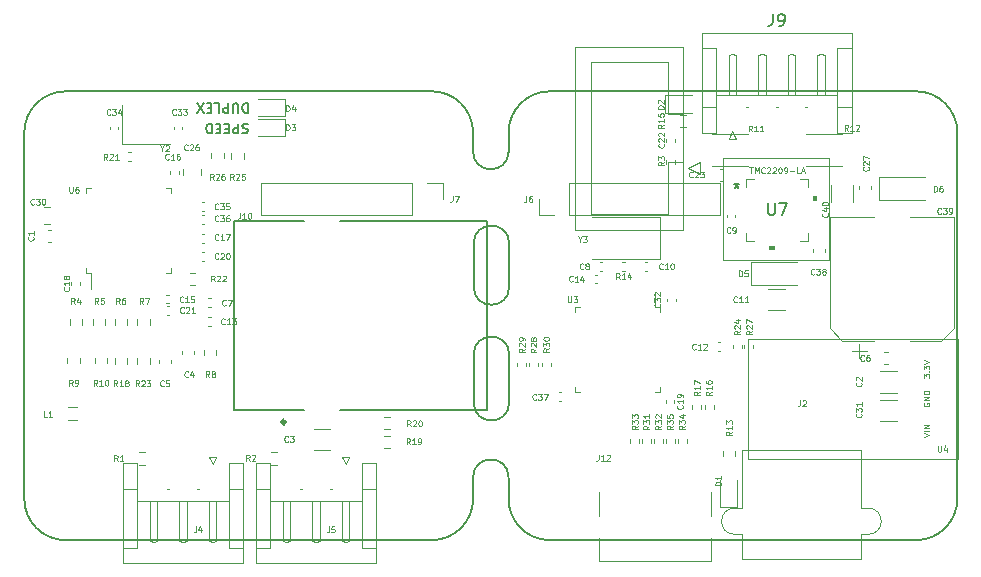
<source format=gbr>
%TF.GenerationSoftware,KiCad,Pcbnew,(6.0.1-0)*%
%TF.CreationDate,2023-01-25T00:15:57+01:00*%
%TF.ProjectId,ethersweep,65746865-7273-4776-9565-702e6b696361,2.0.1*%
%TF.SameCoordinates,Original*%
%TF.FileFunction,Legend,Top*%
%TF.FilePolarity,Positive*%
%FSLAX46Y46*%
G04 Gerber Fmt 4.6, Leading zero omitted, Abs format (unit mm)*
G04 Created by KiCad (PCBNEW (6.0.1-0)) date 2023-01-25 00:15:57*
%MOMM*%
%LPD*%
G01*
G04 APERTURE LIST*
%TA.AperFunction,Profile*%
%ADD10C,0.150000*%
%TD*%
%ADD11C,0.100000*%
%ADD12C,0.200000*%
%ADD13C,0.125000*%
%ADD14C,0.150000*%
%ADD15C,0.120000*%
%ADD16C,0.127000*%
%ADD17C,0.300000*%
G04 APERTURE END LIST*
D10*
X187150000Y-39570000D02*
X187150000Y-43270000D01*
X184150000Y-43270000D02*
X184150000Y-39570000D01*
X184150000Y-53070000D02*
X184150000Y-48970000D01*
X187150000Y-48970000D02*
X187150000Y-53070000D01*
X187150000Y-39570000D02*
G75*
G03*
X184150000Y-39570000I-1500000J0D01*
G01*
X184150000Y-43270000D02*
G75*
G03*
X187150000Y-43270000I1500000J0D01*
G01*
X184150000Y-53070000D02*
G75*
G03*
X187150000Y-53070000I1500000J0D01*
G01*
X187150000Y-48970000D02*
G75*
G03*
X184150000Y-48970000I-1500000J0D01*
G01*
X184100000Y-31800000D02*
G75*
G03*
X187100000Y-31800000I1500000J0D01*
G01*
X187100000Y-59370000D02*
G75*
G03*
X184100000Y-59370000I-1500000J0D01*
G01*
D11*
X205250000Y-32370000D02*
X214250000Y-32370000D01*
X214250000Y-32370000D02*
X214250000Y-40970000D01*
X214250000Y-40970000D02*
X205250000Y-40970000D01*
X205250000Y-40970000D02*
X205250000Y-32370000D01*
D10*
X184100000Y-31800000D02*
X184100000Y-30200000D01*
X184100000Y-60700000D02*
X184100000Y-59400000D01*
X180600000Y-26700000D02*
X149600000Y-26700000D01*
X149600000Y-26700000D02*
G75*
G03*
X146100000Y-30200000I-1J-3499999D01*
G01*
X184100000Y-30200000D02*
G75*
G03*
X180600000Y-26700000I-3499999J1D01*
G01*
X180600000Y-64700000D02*
G75*
G03*
X184100000Y-61200000I1J3499999D01*
G01*
X146100000Y-30200000D02*
X146100000Y-61200000D01*
X149600000Y-64700000D02*
X180600000Y-64700000D01*
X146100000Y-61200000D02*
G75*
G03*
X149600000Y-64700000I3499999J-1D01*
G01*
X184100000Y-61200000D02*
X184100000Y-60700000D01*
X225100000Y-61200000D02*
X225100000Y-30200000D01*
X190600000Y-64700000D02*
X221600000Y-64700000D01*
X187100000Y-61200000D02*
G75*
G03*
X190600000Y-64700000I3499999J-1D01*
G01*
X221600000Y-64700000D02*
G75*
G03*
X225100000Y-61200000I1J3499999D01*
G01*
X190600000Y-26700000D02*
G75*
G03*
X187100000Y-30200000I-1J-3499999D01*
G01*
X190600000Y-26700000D02*
X221600000Y-26700000D01*
X187100000Y-30200000D02*
X187100000Y-30700000D01*
X187100000Y-61200000D02*
X187100000Y-59400000D01*
X187100000Y-31800000D02*
X187100000Y-30700000D01*
X225100000Y-30200000D02*
G75*
G03*
X221600000Y-26700000I-3499999J1D01*
G01*
D12*
X165021238Y-27710095D02*
X165021238Y-28510095D01*
X164830761Y-28510095D01*
X164716476Y-28472000D01*
X164640285Y-28395809D01*
X164602190Y-28319619D01*
X164564095Y-28167238D01*
X164564095Y-28052952D01*
X164602190Y-27900571D01*
X164640285Y-27824380D01*
X164716476Y-27748190D01*
X164830761Y-27710095D01*
X165021238Y-27710095D01*
X164221238Y-28510095D02*
X164221238Y-27862476D01*
X164183142Y-27786285D01*
X164145047Y-27748190D01*
X164068857Y-27710095D01*
X163916476Y-27710095D01*
X163840285Y-27748190D01*
X163802190Y-27786285D01*
X163764095Y-27862476D01*
X163764095Y-28510095D01*
X163383142Y-27710095D02*
X163383142Y-28510095D01*
X163078380Y-28510095D01*
X163002190Y-28472000D01*
X162964095Y-28433904D01*
X162926000Y-28357714D01*
X162926000Y-28243428D01*
X162964095Y-28167238D01*
X163002190Y-28129142D01*
X163078380Y-28091047D01*
X163383142Y-28091047D01*
X162202190Y-27710095D02*
X162583142Y-27710095D01*
X162583142Y-28510095D01*
X161935523Y-28129142D02*
X161668857Y-28129142D01*
X161554571Y-27710095D02*
X161935523Y-27710095D01*
X161935523Y-28510095D01*
X161554571Y-28510095D01*
X161287904Y-28510095D02*
X160754571Y-27710095D01*
X160754571Y-28510095D02*
X161287904Y-27710095D01*
X165002380Y-29476190D02*
X164888095Y-29438095D01*
X164697619Y-29438095D01*
X164621428Y-29476190D01*
X164583333Y-29514285D01*
X164545238Y-29590476D01*
X164545238Y-29666666D01*
X164583333Y-29742857D01*
X164621428Y-29780952D01*
X164697619Y-29819047D01*
X164850000Y-29857142D01*
X164926190Y-29895238D01*
X164964285Y-29933333D01*
X165002380Y-30009523D01*
X165002380Y-30085714D01*
X164964285Y-30161904D01*
X164926190Y-30200000D01*
X164850000Y-30238095D01*
X164659523Y-30238095D01*
X164545238Y-30200000D01*
X164202380Y-29438095D02*
X164202380Y-30238095D01*
X163897619Y-30238095D01*
X163821428Y-30200000D01*
X163783333Y-30161904D01*
X163745238Y-30085714D01*
X163745238Y-29971428D01*
X163783333Y-29895238D01*
X163821428Y-29857142D01*
X163897619Y-29819047D01*
X164202380Y-29819047D01*
X163402380Y-29857142D02*
X163135714Y-29857142D01*
X163021428Y-29438095D02*
X163402380Y-29438095D01*
X163402380Y-30238095D01*
X163021428Y-30238095D01*
X162678571Y-29857142D02*
X162411904Y-29857142D01*
X162297619Y-29438095D02*
X162678571Y-29438095D01*
X162678571Y-30238095D01*
X162297619Y-30238095D01*
X161954761Y-29438095D02*
X161954761Y-30238095D01*
X161764285Y-30238095D01*
X161650000Y-30200000D01*
X161573809Y-30123809D01*
X161535714Y-30047619D01*
X161497619Y-29895238D01*
X161497619Y-29780952D01*
X161535714Y-29628571D01*
X161573809Y-29552380D01*
X161650000Y-29476190D01*
X161764285Y-29438095D01*
X161954761Y-29438095D01*
D13*
X222240590Y-50958895D02*
X222240590Y-50649371D01*
X222431066Y-50816038D01*
X222431066Y-50744609D01*
X222454876Y-50696990D01*
X222478685Y-50673180D01*
X222526304Y-50649371D01*
X222645352Y-50649371D01*
X222692971Y-50673180D01*
X222716780Y-50696990D01*
X222740590Y-50744609D01*
X222740590Y-50887466D01*
X222716780Y-50935085D01*
X222692971Y-50958895D01*
X222692971Y-50435085D02*
X222716780Y-50411276D01*
X222740590Y-50435085D01*
X222716780Y-50458895D01*
X222692971Y-50435085D01*
X222740590Y-50435085D01*
X222240590Y-50244609D02*
X222240590Y-49935085D01*
X222431066Y-50101752D01*
X222431066Y-50030323D01*
X222454876Y-49982704D01*
X222478685Y-49958895D01*
X222526304Y-49935085D01*
X222645352Y-49935085D01*
X222692971Y-49958895D01*
X222716780Y-49982704D01*
X222740590Y-50030323D01*
X222740590Y-50173180D01*
X222716780Y-50220800D01*
X222692971Y-50244609D01*
X222240590Y-49792228D02*
X222740590Y-49625561D01*
X222240590Y-49458895D01*
X162228571Y-42796190D02*
X162061904Y-42558095D01*
X161942857Y-42796190D02*
X161942857Y-42296190D01*
X162133333Y-42296190D01*
X162180952Y-42320000D01*
X162204761Y-42343809D01*
X162228571Y-42391428D01*
X162228571Y-42462857D01*
X162204761Y-42510476D01*
X162180952Y-42534285D01*
X162133333Y-42558095D01*
X161942857Y-42558095D01*
X162419047Y-42343809D02*
X162442857Y-42320000D01*
X162490476Y-42296190D01*
X162609523Y-42296190D01*
X162657142Y-42320000D01*
X162680952Y-42343809D01*
X162704761Y-42391428D01*
X162704761Y-42439047D01*
X162680952Y-42510476D01*
X162395238Y-42796190D01*
X162704761Y-42796190D01*
X162895238Y-42343809D02*
X162919047Y-42320000D01*
X162966666Y-42296190D01*
X163085714Y-42296190D01*
X163133333Y-42320000D01*
X163157142Y-42343809D01*
X163180952Y-42391428D01*
X163180952Y-42439047D01*
X163157142Y-42510476D01*
X162871428Y-42796190D01*
X163180952Y-42796190D01*
X159928571Y-31648571D02*
X159904761Y-31672380D01*
X159833333Y-31696190D01*
X159785714Y-31696190D01*
X159714285Y-31672380D01*
X159666666Y-31624761D01*
X159642857Y-31577142D01*
X159619047Y-31481904D01*
X159619047Y-31410476D01*
X159642857Y-31315238D01*
X159666666Y-31267619D01*
X159714285Y-31220000D01*
X159785714Y-31196190D01*
X159833333Y-31196190D01*
X159904761Y-31220000D01*
X159928571Y-31243809D01*
X160119047Y-31243809D02*
X160142857Y-31220000D01*
X160190476Y-31196190D01*
X160309523Y-31196190D01*
X160357142Y-31220000D01*
X160380952Y-31243809D01*
X160404761Y-31291428D01*
X160404761Y-31339047D01*
X160380952Y-31410476D01*
X160095238Y-31696190D01*
X160404761Y-31696190D01*
X160833333Y-31196190D02*
X160738095Y-31196190D01*
X160690476Y-31220000D01*
X160666666Y-31243809D01*
X160619047Y-31315238D01*
X160595238Y-31410476D01*
X160595238Y-31600952D01*
X160619047Y-31648571D01*
X160642857Y-31672380D01*
X160690476Y-31696190D01*
X160785714Y-31696190D01*
X160833333Y-31672380D01*
X160857142Y-31648571D01*
X160880952Y-31600952D01*
X160880952Y-31481904D01*
X160857142Y-31434285D01*
X160833333Y-31410476D01*
X160785714Y-31386666D01*
X160690476Y-31386666D01*
X160642857Y-31410476D01*
X160619047Y-31434285D01*
X160595238Y-31481904D01*
X148009066Y-54256990D02*
X147770971Y-54256990D01*
X147770971Y-53756990D01*
X148437638Y-54256990D02*
X148151923Y-54256990D01*
X148294780Y-54256990D02*
X148294780Y-53756990D01*
X148247161Y-53828419D01*
X148199542Y-53876038D01*
X148151923Y-53899847D01*
X164350038Y-36992990D02*
X164350038Y-37350133D01*
X164326228Y-37421561D01*
X164278609Y-37469180D01*
X164207180Y-37492990D01*
X164159561Y-37492990D01*
X164850038Y-37492990D02*
X164564323Y-37492990D01*
X164707180Y-37492990D02*
X164707180Y-36992990D01*
X164659561Y-37064419D01*
X164611942Y-37112038D01*
X164564323Y-37135847D01*
X165159561Y-36992990D02*
X165207180Y-36992990D01*
X165254800Y-37016800D01*
X165278609Y-37040609D01*
X165302419Y-37088228D01*
X165326228Y-37183466D01*
X165326228Y-37302514D01*
X165302419Y-37397752D01*
X165278609Y-37445371D01*
X165254800Y-37469180D01*
X165207180Y-37492990D01*
X165159561Y-37492990D01*
X165111942Y-37469180D01*
X165088133Y-37445371D01*
X165064323Y-37397752D01*
X165040514Y-37302514D01*
X165040514Y-37183466D01*
X165064323Y-37088228D01*
X165088133Y-37040609D01*
X165111942Y-37016800D01*
X165159561Y-36992990D01*
X178758971Y-56593790D02*
X178592304Y-56355695D01*
X178473257Y-56593790D02*
X178473257Y-56093790D01*
X178663733Y-56093790D01*
X178711352Y-56117600D01*
X178735161Y-56141409D01*
X178758971Y-56189028D01*
X178758971Y-56260457D01*
X178735161Y-56308076D01*
X178711352Y-56331885D01*
X178663733Y-56355695D01*
X178473257Y-56355695D01*
X179235161Y-56593790D02*
X178949447Y-56593790D01*
X179092304Y-56593790D02*
X179092304Y-56093790D01*
X179044685Y-56165219D01*
X178997066Y-56212838D01*
X178949447Y-56236647D01*
X179473257Y-56593790D02*
X179568495Y-56593790D01*
X179616114Y-56569980D01*
X179639923Y-56546171D01*
X179687542Y-56474742D01*
X179711352Y-56379504D01*
X179711352Y-56189028D01*
X179687542Y-56141409D01*
X179663733Y-56117600D01*
X179616114Y-56093790D01*
X179520876Y-56093790D01*
X179473257Y-56117600D01*
X179449447Y-56141409D01*
X179425638Y-56189028D01*
X179425638Y-56308076D01*
X179449447Y-56355695D01*
X179473257Y-56379504D01*
X179520876Y-56403314D01*
X179616114Y-56403314D01*
X179663733Y-56379504D01*
X179687542Y-56355695D01*
X179711352Y-56308076D01*
X157760304Y-31514495D02*
X157760304Y-31752590D01*
X157593638Y-31252590D02*
X157760304Y-31514495D01*
X157926971Y-31252590D01*
X158069828Y-31300209D02*
X158093638Y-31276400D01*
X158141257Y-31252590D01*
X158260304Y-31252590D01*
X158307923Y-31276400D01*
X158331733Y-31300209D01*
X158355542Y-31347828D01*
X158355542Y-31395447D01*
X158331733Y-31466876D01*
X158046019Y-31752590D01*
X158355542Y-31752590D01*
X162528571Y-37648571D02*
X162504761Y-37672380D01*
X162433333Y-37696190D01*
X162385714Y-37696190D01*
X162314285Y-37672380D01*
X162266666Y-37624761D01*
X162242857Y-37577142D01*
X162219047Y-37481904D01*
X162219047Y-37410476D01*
X162242857Y-37315238D01*
X162266666Y-37267619D01*
X162314285Y-37220000D01*
X162385714Y-37196190D01*
X162433333Y-37196190D01*
X162504761Y-37220000D01*
X162528571Y-37243809D01*
X162695238Y-37196190D02*
X163004761Y-37196190D01*
X162838095Y-37386666D01*
X162909523Y-37386666D01*
X162957142Y-37410476D01*
X162980952Y-37434285D01*
X163004761Y-37481904D01*
X163004761Y-37600952D01*
X162980952Y-37648571D01*
X162957142Y-37672380D01*
X162909523Y-37696190D01*
X162766666Y-37696190D01*
X162719047Y-37672380D01*
X162695238Y-37648571D01*
X163433333Y-37196190D02*
X163338095Y-37196190D01*
X163290476Y-37220000D01*
X163266666Y-37243809D01*
X163219047Y-37315238D01*
X163195238Y-37410476D01*
X163195238Y-37600952D01*
X163219047Y-37648571D01*
X163242857Y-37672380D01*
X163290476Y-37696190D01*
X163385714Y-37696190D01*
X163433333Y-37672380D01*
X163457142Y-37648571D01*
X163480952Y-37600952D01*
X163480952Y-37481904D01*
X163457142Y-37434285D01*
X163433333Y-37410476D01*
X163385714Y-37386666D01*
X163290476Y-37386666D01*
X163242857Y-37410476D01*
X163219047Y-37434285D01*
X163195238Y-37481904D01*
X149919047Y-34776190D02*
X149919047Y-35180952D01*
X149942857Y-35228571D01*
X149966666Y-35252380D01*
X150014285Y-35276190D01*
X150109523Y-35276190D01*
X150157142Y-35252380D01*
X150180952Y-35228571D01*
X150204761Y-35180952D01*
X150204761Y-34776190D01*
X150657142Y-34776190D02*
X150561904Y-34776190D01*
X150514285Y-34800000D01*
X150490476Y-34823809D01*
X150442857Y-34895238D01*
X150419047Y-34990476D01*
X150419047Y-35180952D01*
X150442857Y-35228571D01*
X150466666Y-35252380D01*
X150514285Y-35276190D01*
X150609523Y-35276190D01*
X150657142Y-35252380D01*
X150680952Y-35228571D01*
X150704761Y-35180952D01*
X150704761Y-35061904D01*
X150680952Y-35014285D01*
X150657142Y-34990476D01*
X150609523Y-34966666D01*
X150514285Y-34966666D01*
X150466666Y-34990476D01*
X150442857Y-35014285D01*
X150419047Y-35061904D01*
X162528571Y-36648571D02*
X162504761Y-36672380D01*
X162433333Y-36696190D01*
X162385714Y-36696190D01*
X162314285Y-36672380D01*
X162266666Y-36624761D01*
X162242857Y-36577142D01*
X162219047Y-36481904D01*
X162219047Y-36410476D01*
X162242857Y-36315238D01*
X162266666Y-36267619D01*
X162314285Y-36220000D01*
X162385714Y-36196190D01*
X162433333Y-36196190D01*
X162504761Y-36220000D01*
X162528571Y-36243809D01*
X162695238Y-36196190D02*
X163004761Y-36196190D01*
X162838095Y-36386666D01*
X162909523Y-36386666D01*
X162957142Y-36410476D01*
X162980952Y-36434285D01*
X163004761Y-36481904D01*
X163004761Y-36600952D01*
X162980952Y-36648571D01*
X162957142Y-36672380D01*
X162909523Y-36696190D01*
X162766666Y-36696190D01*
X162719047Y-36672380D01*
X162695238Y-36648571D01*
X163457142Y-36196190D02*
X163219047Y-36196190D01*
X163195238Y-36434285D01*
X163219047Y-36410476D01*
X163266666Y-36386666D01*
X163385714Y-36386666D01*
X163433333Y-36410476D01*
X163457142Y-36434285D01*
X163480952Y-36481904D01*
X163480952Y-36600952D01*
X163457142Y-36648571D01*
X163433333Y-36672380D01*
X163385714Y-36696190D01*
X163266666Y-36696190D01*
X163219047Y-36672380D01*
X163195238Y-36648571D01*
X178809771Y-55069790D02*
X178643104Y-54831695D01*
X178524057Y-55069790D02*
X178524057Y-54569790D01*
X178714533Y-54569790D01*
X178762152Y-54593600D01*
X178785961Y-54617409D01*
X178809771Y-54665028D01*
X178809771Y-54736457D01*
X178785961Y-54784076D01*
X178762152Y-54807885D01*
X178714533Y-54831695D01*
X178524057Y-54831695D01*
X179000247Y-54617409D02*
X179024057Y-54593600D01*
X179071676Y-54569790D01*
X179190723Y-54569790D01*
X179238342Y-54593600D01*
X179262152Y-54617409D01*
X179285961Y-54665028D01*
X179285961Y-54712647D01*
X179262152Y-54784076D01*
X178976438Y-55069790D01*
X179285961Y-55069790D01*
X179595485Y-54569790D02*
X179643104Y-54569790D01*
X179690723Y-54593600D01*
X179714533Y-54617409D01*
X179738342Y-54665028D01*
X179762152Y-54760266D01*
X179762152Y-54879314D01*
X179738342Y-54974552D01*
X179714533Y-55022171D01*
X179690723Y-55045980D01*
X179643104Y-55069790D01*
X179595485Y-55069790D01*
X179547866Y-55045980D01*
X179524057Y-55022171D01*
X179500247Y-54974552D01*
X179476438Y-54879314D01*
X179476438Y-54760266D01*
X179500247Y-54665028D01*
X179524057Y-54617409D01*
X179547866Y-54593600D01*
X179595485Y-54569790D01*
X153378571Y-28648571D02*
X153354761Y-28672380D01*
X153283333Y-28696190D01*
X153235714Y-28696190D01*
X153164285Y-28672380D01*
X153116666Y-28624761D01*
X153092857Y-28577142D01*
X153069047Y-28481904D01*
X153069047Y-28410476D01*
X153092857Y-28315238D01*
X153116666Y-28267619D01*
X153164285Y-28220000D01*
X153235714Y-28196190D01*
X153283333Y-28196190D01*
X153354761Y-28220000D01*
X153378571Y-28243809D01*
X153545238Y-28196190D02*
X153854761Y-28196190D01*
X153688095Y-28386666D01*
X153759523Y-28386666D01*
X153807142Y-28410476D01*
X153830952Y-28434285D01*
X153854761Y-28481904D01*
X153854761Y-28600952D01*
X153830952Y-28648571D01*
X153807142Y-28672380D01*
X153759523Y-28696190D01*
X153616666Y-28696190D01*
X153569047Y-28672380D01*
X153545238Y-28648571D01*
X154283333Y-28362857D02*
X154283333Y-28696190D01*
X154164285Y-28172380D02*
X154045238Y-28529523D01*
X154354761Y-28529523D01*
X158928571Y-28648571D02*
X158904761Y-28672380D01*
X158833333Y-28696190D01*
X158785714Y-28696190D01*
X158714285Y-28672380D01*
X158666666Y-28624761D01*
X158642857Y-28577142D01*
X158619047Y-28481904D01*
X158619047Y-28410476D01*
X158642857Y-28315238D01*
X158666666Y-28267619D01*
X158714285Y-28220000D01*
X158785714Y-28196190D01*
X158833333Y-28196190D01*
X158904761Y-28220000D01*
X158928571Y-28243809D01*
X159095238Y-28196190D02*
X159404761Y-28196190D01*
X159238095Y-28386666D01*
X159309523Y-28386666D01*
X159357142Y-28410476D01*
X159380952Y-28434285D01*
X159404761Y-28481904D01*
X159404761Y-28600952D01*
X159380952Y-28648571D01*
X159357142Y-28672380D01*
X159309523Y-28696190D01*
X159166666Y-28696190D01*
X159119047Y-28672380D01*
X159095238Y-28648571D01*
X159571428Y-28196190D02*
X159880952Y-28196190D01*
X159714285Y-28386666D01*
X159785714Y-28386666D01*
X159833333Y-28410476D01*
X159857142Y-28434285D01*
X159880952Y-28481904D01*
X159880952Y-28600952D01*
X159857142Y-28648571D01*
X159833333Y-28672380D01*
X159785714Y-28696190D01*
X159642857Y-28696190D01*
X159595238Y-28672380D01*
X159571428Y-28648571D01*
X146928571Y-36248571D02*
X146904761Y-36272380D01*
X146833333Y-36296190D01*
X146785714Y-36296190D01*
X146714285Y-36272380D01*
X146666666Y-36224761D01*
X146642857Y-36177142D01*
X146619047Y-36081904D01*
X146619047Y-36010476D01*
X146642857Y-35915238D01*
X146666666Y-35867619D01*
X146714285Y-35820000D01*
X146785714Y-35796190D01*
X146833333Y-35796190D01*
X146904761Y-35820000D01*
X146928571Y-35843809D01*
X147095238Y-35796190D02*
X147404761Y-35796190D01*
X147238095Y-35986666D01*
X147309523Y-35986666D01*
X147357142Y-36010476D01*
X147380952Y-36034285D01*
X147404761Y-36081904D01*
X147404761Y-36200952D01*
X147380952Y-36248571D01*
X147357142Y-36272380D01*
X147309523Y-36296190D01*
X147166666Y-36296190D01*
X147119047Y-36272380D01*
X147095238Y-36248571D01*
X147714285Y-35796190D02*
X147761904Y-35796190D01*
X147809523Y-35820000D01*
X147833333Y-35843809D01*
X147857142Y-35891428D01*
X147880952Y-35986666D01*
X147880952Y-36105714D01*
X147857142Y-36200952D01*
X147833333Y-36248571D01*
X147809523Y-36272380D01*
X147761904Y-36296190D01*
X147714285Y-36296190D01*
X147666666Y-36272380D01*
X147642857Y-36248571D01*
X147619047Y-36200952D01*
X147595238Y-36105714D01*
X147595238Y-35986666D01*
X147619047Y-35891428D01*
X147642857Y-35843809D01*
X147666666Y-35820000D01*
X147714285Y-35796190D01*
X155828571Y-51676190D02*
X155661904Y-51438095D01*
X155542857Y-51676190D02*
X155542857Y-51176190D01*
X155733333Y-51176190D01*
X155780952Y-51200000D01*
X155804761Y-51223809D01*
X155828571Y-51271428D01*
X155828571Y-51342857D01*
X155804761Y-51390476D01*
X155780952Y-51414285D01*
X155733333Y-51438095D01*
X155542857Y-51438095D01*
X156019047Y-51223809D02*
X156042857Y-51200000D01*
X156090476Y-51176190D01*
X156209523Y-51176190D01*
X156257142Y-51200000D01*
X156280952Y-51223809D01*
X156304761Y-51271428D01*
X156304761Y-51319047D01*
X156280952Y-51390476D01*
X155995238Y-51676190D01*
X156304761Y-51676190D01*
X156471428Y-51176190D02*
X156780952Y-51176190D01*
X156614285Y-51366666D01*
X156685714Y-51366666D01*
X156733333Y-51390476D01*
X156757142Y-51414285D01*
X156780952Y-51461904D01*
X156780952Y-51580952D01*
X156757142Y-51628571D01*
X156733333Y-51652380D01*
X156685714Y-51676190D01*
X156542857Y-51676190D01*
X156495238Y-51652380D01*
X156471428Y-51628571D01*
X156166666Y-44696190D02*
X156000000Y-44458095D01*
X155880952Y-44696190D02*
X155880952Y-44196190D01*
X156071428Y-44196190D01*
X156119047Y-44220000D01*
X156142857Y-44243809D01*
X156166666Y-44291428D01*
X156166666Y-44362857D01*
X156142857Y-44410476D01*
X156119047Y-44434285D01*
X156071428Y-44458095D01*
X155880952Y-44458095D01*
X156333333Y-44196190D02*
X156666666Y-44196190D01*
X156452380Y-44696190D01*
X154166666Y-44696190D02*
X154000000Y-44458095D01*
X153880952Y-44696190D02*
X153880952Y-44196190D01*
X154071428Y-44196190D01*
X154119047Y-44220000D01*
X154142857Y-44243809D01*
X154166666Y-44291428D01*
X154166666Y-44362857D01*
X154142857Y-44410476D01*
X154119047Y-44434285D01*
X154071428Y-44458095D01*
X153880952Y-44458095D01*
X154595238Y-44196190D02*
X154500000Y-44196190D01*
X154452380Y-44220000D01*
X154428571Y-44243809D01*
X154380952Y-44315238D01*
X154357142Y-44410476D01*
X154357142Y-44600952D01*
X154380952Y-44648571D01*
X154404761Y-44672380D01*
X154452380Y-44696190D01*
X154547619Y-44696190D01*
X154595238Y-44672380D01*
X154619047Y-44648571D01*
X154642857Y-44600952D01*
X154642857Y-44481904D01*
X154619047Y-44434285D01*
X154595238Y-44410476D01*
X154547619Y-44386666D01*
X154452380Y-44386666D01*
X154404761Y-44410476D01*
X154380952Y-44434285D01*
X154357142Y-44481904D01*
X152366666Y-44696190D02*
X152200000Y-44458095D01*
X152080952Y-44696190D02*
X152080952Y-44196190D01*
X152271428Y-44196190D01*
X152319047Y-44220000D01*
X152342857Y-44243809D01*
X152366666Y-44291428D01*
X152366666Y-44362857D01*
X152342857Y-44410476D01*
X152319047Y-44434285D01*
X152271428Y-44458095D01*
X152080952Y-44458095D01*
X152819047Y-44196190D02*
X152580952Y-44196190D01*
X152557142Y-44434285D01*
X152580952Y-44410476D01*
X152628571Y-44386666D01*
X152747619Y-44386666D01*
X152795238Y-44410476D01*
X152819047Y-44434285D01*
X152842857Y-44481904D01*
X152842857Y-44600952D01*
X152819047Y-44648571D01*
X152795238Y-44672380D01*
X152747619Y-44696190D01*
X152628571Y-44696190D01*
X152580952Y-44672380D01*
X152557142Y-44648571D01*
X150366666Y-44696190D02*
X150200000Y-44458095D01*
X150080952Y-44696190D02*
X150080952Y-44196190D01*
X150271428Y-44196190D01*
X150319047Y-44220000D01*
X150342857Y-44243809D01*
X150366666Y-44291428D01*
X150366666Y-44362857D01*
X150342857Y-44410476D01*
X150319047Y-44434285D01*
X150271428Y-44458095D01*
X150080952Y-44458095D01*
X150795238Y-44362857D02*
X150795238Y-44696190D01*
X150676190Y-44172380D02*
X150557142Y-44529523D01*
X150866666Y-44529523D01*
X157916666Y-51628571D02*
X157892857Y-51652380D01*
X157821428Y-51676190D01*
X157773809Y-51676190D01*
X157702380Y-51652380D01*
X157654761Y-51604761D01*
X157630952Y-51557142D01*
X157607142Y-51461904D01*
X157607142Y-51390476D01*
X157630952Y-51295238D01*
X157654761Y-51247619D01*
X157702380Y-51200000D01*
X157773809Y-51176190D01*
X157821428Y-51176190D01*
X157892857Y-51200000D01*
X157916666Y-51223809D01*
X158369047Y-51176190D02*
X158130952Y-51176190D01*
X158107142Y-51414285D01*
X158130952Y-51390476D01*
X158178571Y-51366666D01*
X158297619Y-51366666D01*
X158345238Y-51390476D01*
X158369047Y-51414285D01*
X158392857Y-51461904D01*
X158392857Y-51580952D01*
X158369047Y-51628571D01*
X158345238Y-51652380D01*
X158297619Y-51676190D01*
X158178571Y-51676190D01*
X158130952Y-51652380D01*
X158107142Y-51628571D01*
X163147466Y-44811371D02*
X163123657Y-44835180D01*
X163052228Y-44858990D01*
X163004609Y-44858990D01*
X162933180Y-44835180D01*
X162885561Y-44787561D01*
X162861752Y-44739942D01*
X162837942Y-44644704D01*
X162837942Y-44573276D01*
X162861752Y-44478038D01*
X162885561Y-44430419D01*
X162933180Y-44382800D01*
X163004609Y-44358990D01*
X163052228Y-44358990D01*
X163123657Y-44382800D01*
X163147466Y-44406609D01*
X163314133Y-44358990D02*
X163647466Y-44358990D01*
X163433180Y-44858990D01*
X163061771Y-46386171D02*
X163037961Y-46409980D01*
X162966533Y-46433790D01*
X162918914Y-46433790D01*
X162847485Y-46409980D01*
X162799866Y-46362361D01*
X162776057Y-46314742D01*
X162752247Y-46219504D01*
X162752247Y-46148076D01*
X162776057Y-46052838D01*
X162799866Y-46005219D01*
X162847485Y-45957600D01*
X162918914Y-45933790D01*
X162966533Y-45933790D01*
X163037961Y-45957600D01*
X163061771Y-45981409D01*
X163537961Y-46433790D02*
X163252247Y-46433790D01*
X163395104Y-46433790D02*
X163395104Y-45933790D01*
X163347485Y-46005219D01*
X163299866Y-46052838D01*
X163252247Y-46076647D01*
X163704628Y-45933790D02*
X164014152Y-45933790D01*
X163847485Y-46124266D01*
X163918914Y-46124266D01*
X163966533Y-46148076D01*
X163990342Y-46171885D01*
X164014152Y-46219504D01*
X164014152Y-46338552D01*
X163990342Y-46386171D01*
X163966533Y-46409980D01*
X163918914Y-46433790D01*
X163776057Y-46433790D01*
X163728438Y-46409980D01*
X163704628Y-46386171D01*
X168430666Y-56342971D02*
X168406857Y-56366780D01*
X168335428Y-56390590D01*
X168287809Y-56390590D01*
X168216380Y-56366780D01*
X168168761Y-56319161D01*
X168144952Y-56271542D01*
X168121142Y-56176304D01*
X168121142Y-56104876D01*
X168144952Y-56009638D01*
X168168761Y-55962019D01*
X168216380Y-55914400D01*
X168287809Y-55890590D01*
X168335428Y-55890590D01*
X168406857Y-55914400D01*
X168430666Y-55938209D01*
X168597333Y-55890590D02*
X168906857Y-55890590D01*
X168740190Y-56081066D01*
X168811619Y-56081066D01*
X168859238Y-56104876D01*
X168883047Y-56128685D01*
X168906857Y-56176304D01*
X168906857Y-56295352D01*
X168883047Y-56342971D01*
X168859238Y-56366780D01*
X168811619Y-56390590D01*
X168668761Y-56390590D01*
X168621142Y-56366780D01*
X168597333Y-56342971D01*
X159966666Y-50848571D02*
X159942857Y-50872380D01*
X159871428Y-50896190D01*
X159823809Y-50896190D01*
X159752380Y-50872380D01*
X159704761Y-50824761D01*
X159680952Y-50777142D01*
X159657142Y-50681904D01*
X159657142Y-50610476D01*
X159680952Y-50515238D01*
X159704761Y-50467619D01*
X159752380Y-50420000D01*
X159823809Y-50396190D01*
X159871428Y-50396190D01*
X159942857Y-50420000D01*
X159966666Y-50443809D01*
X160395238Y-50562857D02*
X160395238Y-50896190D01*
X160276190Y-50372380D02*
X160157142Y-50729523D01*
X160466666Y-50729523D01*
X161766666Y-50896190D02*
X161600000Y-50658095D01*
X161480952Y-50896190D02*
X161480952Y-50396190D01*
X161671428Y-50396190D01*
X161719047Y-50420000D01*
X161742857Y-50443809D01*
X161766666Y-50491428D01*
X161766666Y-50562857D01*
X161742857Y-50610476D01*
X161719047Y-50634285D01*
X161671428Y-50658095D01*
X161480952Y-50658095D01*
X162052380Y-50610476D02*
X162004761Y-50586666D01*
X161980952Y-50562857D01*
X161957142Y-50515238D01*
X161957142Y-50491428D01*
X161980952Y-50443809D01*
X162004761Y-50420000D01*
X162052380Y-50396190D01*
X162147619Y-50396190D01*
X162195238Y-50420000D01*
X162219047Y-50443809D01*
X162242857Y-50491428D01*
X162242857Y-50515238D01*
X162219047Y-50562857D01*
X162195238Y-50586666D01*
X162147619Y-50610476D01*
X162052380Y-50610476D01*
X162004761Y-50634285D01*
X161980952Y-50658095D01*
X161957142Y-50705714D01*
X161957142Y-50800952D01*
X161980952Y-50848571D01*
X162004761Y-50872380D01*
X162052380Y-50896190D01*
X162147619Y-50896190D01*
X162195238Y-50872380D01*
X162219047Y-50848571D01*
X162242857Y-50800952D01*
X162242857Y-50705714D01*
X162219047Y-50658095D01*
X162195238Y-50634285D01*
X162147619Y-50610476D01*
X153128571Y-32496190D02*
X152961904Y-32258095D01*
X152842857Y-32496190D02*
X152842857Y-31996190D01*
X153033333Y-31996190D01*
X153080952Y-32020000D01*
X153104761Y-32043809D01*
X153128571Y-32091428D01*
X153128571Y-32162857D01*
X153104761Y-32210476D01*
X153080952Y-32234285D01*
X153033333Y-32258095D01*
X152842857Y-32258095D01*
X153319047Y-32043809D02*
X153342857Y-32020000D01*
X153390476Y-31996190D01*
X153509523Y-31996190D01*
X153557142Y-32020000D01*
X153580952Y-32043809D01*
X153604761Y-32091428D01*
X153604761Y-32139047D01*
X153580952Y-32210476D01*
X153295238Y-32496190D01*
X153604761Y-32496190D01*
X154080952Y-32496190D02*
X153795238Y-32496190D01*
X153938095Y-32496190D02*
X153938095Y-31996190D01*
X153890476Y-32067619D01*
X153842857Y-32115238D01*
X153795238Y-32139047D01*
X150193466Y-51626190D02*
X150026800Y-51388095D01*
X149907752Y-51626190D02*
X149907752Y-51126190D01*
X150098228Y-51126190D01*
X150145847Y-51150000D01*
X150169657Y-51173809D01*
X150193466Y-51221428D01*
X150193466Y-51292857D01*
X150169657Y-51340476D01*
X150145847Y-51364285D01*
X150098228Y-51388095D01*
X149907752Y-51388095D01*
X150431561Y-51626190D02*
X150526800Y-51626190D01*
X150574419Y-51602380D01*
X150598228Y-51578571D01*
X150645847Y-51507142D01*
X150669657Y-51411904D01*
X150669657Y-51221428D01*
X150645847Y-51173809D01*
X150622038Y-51150000D01*
X150574419Y-51126190D01*
X150479180Y-51126190D01*
X150431561Y-51150000D01*
X150407752Y-51173809D01*
X150383942Y-51221428D01*
X150383942Y-51340476D01*
X150407752Y-51388095D01*
X150431561Y-51411904D01*
X150479180Y-51435714D01*
X150574419Y-51435714D01*
X150622038Y-51411904D01*
X150645847Y-51388095D01*
X150669657Y-51340476D01*
X152278571Y-51626190D02*
X152111904Y-51388095D01*
X151992857Y-51626190D02*
X151992857Y-51126190D01*
X152183333Y-51126190D01*
X152230952Y-51150000D01*
X152254761Y-51173809D01*
X152278571Y-51221428D01*
X152278571Y-51292857D01*
X152254761Y-51340476D01*
X152230952Y-51364285D01*
X152183333Y-51388095D01*
X151992857Y-51388095D01*
X152754761Y-51626190D02*
X152469047Y-51626190D01*
X152611904Y-51626190D02*
X152611904Y-51126190D01*
X152564285Y-51197619D01*
X152516666Y-51245238D01*
X152469047Y-51269047D01*
X153064285Y-51126190D02*
X153111904Y-51126190D01*
X153159523Y-51150000D01*
X153183333Y-51173809D01*
X153207142Y-51221428D01*
X153230952Y-51316666D01*
X153230952Y-51435714D01*
X153207142Y-51530952D01*
X153183333Y-51578571D01*
X153159523Y-51602380D01*
X153111904Y-51626190D01*
X153064285Y-51626190D01*
X153016666Y-51602380D01*
X152992857Y-51578571D01*
X152969047Y-51530952D01*
X152945238Y-51435714D01*
X152945238Y-51316666D01*
X152969047Y-51221428D01*
X152992857Y-51173809D01*
X153016666Y-51150000D01*
X153064285Y-51126190D01*
X153978571Y-51676190D02*
X153811904Y-51438095D01*
X153692857Y-51676190D02*
X153692857Y-51176190D01*
X153883333Y-51176190D01*
X153930952Y-51200000D01*
X153954761Y-51223809D01*
X153978571Y-51271428D01*
X153978571Y-51342857D01*
X153954761Y-51390476D01*
X153930952Y-51414285D01*
X153883333Y-51438095D01*
X153692857Y-51438095D01*
X154454761Y-51676190D02*
X154169047Y-51676190D01*
X154311904Y-51676190D02*
X154311904Y-51176190D01*
X154264285Y-51247619D01*
X154216666Y-51295238D01*
X154169047Y-51319047D01*
X154740476Y-51390476D02*
X154692857Y-51366666D01*
X154669047Y-51342857D01*
X154645238Y-51295238D01*
X154645238Y-51271428D01*
X154669047Y-51223809D01*
X154692857Y-51200000D01*
X154740476Y-51176190D01*
X154835714Y-51176190D01*
X154883333Y-51200000D01*
X154907142Y-51223809D01*
X154930952Y-51271428D01*
X154930952Y-51295238D01*
X154907142Y-51342857D01*
X154883333Y-51366666D01*
X154835714Y-51390476D01*
X154740476Y-51390476D01*
X154692857Y-51414285D01*
X154669047Y-51438095D01*
X154645238Y-51485714D01*
X154645238Y-51580952D01*
X154669047Y-51628571D01*
X154692857Y-51652380D01*
X154740476Y-51676190D01*
X154835714Y-51676190D01*
X154883333Y-51652380D01*
X154907142Y-51628571D01*
X154930952Y-51580952D01*
X154930952Y-51485714D01*
X154907142Y-51438095D01*
X154883333Y-51414285D01*
X154835714Y-51390476D01*
X163828571Y-34196190D02*
X163661904Y-33958095D01*
X163542857Y-34196190D02*
X163542857Y-33696190D01*
X163733333Y-33696190D01*
X163780952Y-33720000D01*
X163804761Y-33743809D01*
X163828571Y-33791428D01*
X163828571Y-33862857D01*
X163804761Y-33910476D01*
X163780952Y-33934285D01*
X163733333Y-33958095D01*
X163542857Y-33958095D01*
X164019047Y-33743809D02*
X164042857Y-33720000D01*
X164090476Y-33696190D01*
X164209523Y-33696190D01*
X164257142Y-33720000D01*
X164280952Y-33743809D01*
X164304761Y-33791428D01*
X164304761Y-33839047D01*
X164280952Y-33910476D01*
X163995238Y-34196190D01*
X164304761Y-34196190D01*
X164757142Y-33696190D02*
X164519047Y-33696190D01*
X164495238Y-33934285D01*
X164519047Y-33910476D01*
X164566666Y-33886666D01*
X164685714Y-33886666D01*
X164733333Y-33910476D01*
X164757142Y-33934285D01*
X164780952Y-33981904D01*
X164780952Y-34100952D01*
X164757142Y-34148571D01*
X164733333Y-34172380D01*
X164685714Y-34196190D01*
X164566666Y-34196190D01*
X164519047Y-34172380D01*
X164495238Y-34148571D01*
X162128571Y-34196190D02*
X161961904Y-33958095D01*
X161842857Y-34196190D02*
X161842857Y-33696190D01*
X162033333Y-33696190D01*
X162080952Y-33720000D01*
X162104761Y-33743809D01*
X162128571Y-33791428D01*
X162128571Y-33862857D01*
X162104761Y-33910476D01*
X162080952Y-33934285D01*
X162033333Y-33958095D01*
X161842857Y-33958095D01*
X162319047Y-33743809D02*
X162342857Y-33720000D01*
X162390476Y-33696190D01*
X162509523Y-33696190D01*
X162557142Y-33720000D01*
X162580952Y-33743809D01*
X162604761Y-33791428D01*
X162604761Y-33839047D01*
X162580952Y-33910476D01*
X162295238Y-34196190D01*
X162604761Y-34196190D01*
X163033333Y-33696190D02*
X162938095Y-33696190D01*
X162890476Y-33720000D01*
X162866666Y-33743809D01*
X162819047Y-33815238D01*
X162795238Y-33910476D01*
X162795238Y-34100952D01*
X162819047Y-34148571D01*
X162842857Y-34172380D01*
X162890476Y-34196190D01*
X162985714Y-34196190D01*
X163033333Y-34172380D01*
X163057142Y-34148571D01*
X163080952Y-34100952D01*
X163080952Y-33981904D01*
X163057142Y-33934285D01*
X163033333Y-33910476D01*
X162985714Y-33886666D01*
X162890476Y-33886666D01*
X162842857Y-33910476D01*
X162819047Y-33934285D01*
X162795238Y-33981904D01*
X168280952Y-29991191D02*
X168280952Y-29491191D01*
X168400000Y-29491191D01*
X168471428Y-29515001D01*
X168519047Y-29562620D01*
X168542857Y-29610239D01*
X168566666Y-29705477D01*
X168566666Y-29776905D01*
X168542857Y-29872143D01*
X168519047Y-29919762D01*
X168471428Y-29967381D01*
X168400000Y-29991191D01*
X168280952Y-29991191D01*
X168733333Y-29491191D02*
X169042857Y-29491191D01*
X168876190Y-29681667D01*
X168947619Y-29681667D01*
X168995238Y-29705477D01*
X169019047Y-29729286D01*
X169042857Y-29776905D01*
X169042857Y-29895953D01*
X169019047Y-29943572D01*
X168995238Y-29967381D01*
X168947619Y-29991191D01*
X168804761Y-29991191D01*
X168757142Y-29967381D01*
X168733333Y-29943572D01*
X223454247Y-56703390D02*
X223454247Y-57108152D01*
X223478057Y-57155771D01*
X223501866Y-57179580D01*
X223549485Y-57203390D01*
X223644723Y-57203390D01*
X223692342Y-57179580D01*
X223716152Y-57155771D01*
X223739961Y-57108152D01*
X223739961Y-56703390D01*
X224192342Y-56870057D02*
X224192342Y-57203390D01*
X224073295Y-56679580D02*
X223954247Y-57036723D01*
X224263771Y-57036723D01*
X222264400Y-53090952D02*
X222240590Y-53138571D01*
X222240590Y-53210000D01*
X222264400Y-53281428D01*
X222312019Y-53329047D01*
X222359638Y-53352857D01*
X222454876Y-53376666D01*
X222526304Y-53376666D01*
X222621542Y-53352857D01*
X222669161Y-53329047D01*
X222716780Y-53281428D01*
X222740590Y-53210000D01*
X222740590Y-53162380D01*
X222716780Y-53090952D01*
X222692971Y-53067142D01*
X222526304Y-53067142D01*
X222526304Y-53162380D01*
X222740590Y-52852857D02*
X222240590Y-52852857D01*
X222740590Y-52567142D01*
X222240590Y-52567142D01*
X222740590Y-52329047D02*
X222240590Y-52329047D01*
X222240590Y-52210000D01*
X222264400Y-52138571D01*
X222312019Y-52090952D01*
X222359638Y-52067142D01*
X222454876Y-52043333D01*
X222526304Y-52043333D01*
X222621542Y-52067142D01*
X222669161Y-52090952D01*
X222716780Y-52138571D01*
X222740590Y-52210000D01*
X222740590Y-52329047D01*
X222240590Y-55950019D02*
X222740590Y-55783352D01*
X222240590Y-55616685D01*
X222740590Y-55450019D02*
X222240590Y-55450019D01*
X222740590Y-55211923D02*
X222240590Y-55211923D01*
X222740590Y-54926209D01*
X222240590Y-54926209D01*
X205112990Y-60038647D02*
X204612990Y-60038647D01*
X204612990Y-59919600D01*
X204636800Y-59848171D01*
X204684419Y-59800552D01*
X204732038Y-59776742D01*
X204827276Y-59752933D01*
X204898704Y-59752933D01*
X204993942Y-59776742D01*
X205041561Y-59800552D01*
X205089180Y-59848171D01*
X205112990Y-59919600D01*
X205112990Y-60038647D01*
X205112990Y-59276742D02*
X205112990Y-59562457D01*
X205112990Y-59419600D02*
X204612990Y-59419600D01*
X204684419Y-59467219D01*
X204732038Y-59514838D01*
X204755847Y-59562457D01*
X211781333Y-52842590D02*
X211781333Y-53199733D01*
X211757523Y-53271161D01*
X211709904Y-53318780D01*
X211638476Y-53342590D01*
X211590857Y-53342590D01*
X211995619Y-52890209D02*
X212019428Y-52866400D01*
X212067047Y-52842590D01*
X212186095Y-52842590D01*
X212233714Y-52866400D01*
X212257523Y-52890209D01*
X212281333Y-52937828D01*
X212281333Y-52985447D01*
X212257523Y-53056876D01*
X211971809Y-53342590D01*
X212281333Y-53342590D01*
X206027390Y-55520628D02*
X205789295Y-55687295D01*
X206027390Y-55806342D02*
X205527390Y-55806342D01*
X205527390Y-55615866D01*
X205551200Y-55568247D01*
X205575009Y-55544438D01*
X205622628Y-55520628D01*
X205694057Y-55520628D01*
X205741676Y-55544438D01*
X205765485Y-55568247D01*
X205789295Y-55615866D01*
X205789295Y-55806342D01*
X206027390Y-55044438D02*
X206027390Y-55330152D01*
X206027390Y-55187295D02*
X205527390Y-55187295D01*
X205598819Y-55234914D01*
X205646438Y-55282533D01*
X205670247Y-55330152D01*
X205527390Y-54877771D02*
X205527390Y-54568247D01*
X205717866Y-54734914D01*
X205717866Y-54663485D01*
X205741676Y-54615866D01*
X205765485Y-54592057D01*
X205813104Y-54568247D01*
X205932152Y-54568247D01*
X205979771Y-54592057D01*
X206003580Y-54615866D01*
X206027390Y-54663485D01*
X206027390Y-54806342D01*
X206003580Y-54853961D01*
X205979771Y-54877771D01*
X202026190Y-55012628D02*
X201788095Y-55179295D01*
X202026190Y-55298342D02*
X201526190Y-55298342D01*
X201526190Y-55107866D01*
X201550000Y-55060247D01*
X201573809Y-55036438D01*
X201621428Y-55012628D01*
X201692857Y-55012628D01*
X201740476Y-55036438D01*
X201764285Y-55060247D01*
X201788095Y-55107866D01*
X201788095Y-55298342D01*
X201526190Y-54845961D02*
X201526190Y-54536438D01*
X201716666Y-54703104D01*
X201716666Y-54631676D01*
X201740476Y-54584057D01*
X201764285Y-54560247D01*
X201811904Y-54536438D01*
X201930952Y-54536438D01*
X201978571Y-54560247D01*
X202002380Y-54584057D01*
X202026190Y-54631676D01*
X202026190Y-54774533D01*
X202002380Y-54822152D01*
X201978571Y-54845961D01*
X201692857Y-54107866D02*
X202026190Y-54107866D01*
X201502380Y-54226914D02*
X201859523Y-54345961D01*
X201859523Y-54036438D01*
X162528571Y-40848571D02*
X162504761Y-40872380D01*
X162433333Y-40896190D01*
X162385714Y-40896190D01*
X162314285Y-40872380D01*
X162266666Y-40824761D01*
X162242857Y-40777142D01*
X162219047Y-40681904D01*
X162219047Y-40610476D01*
X162242857Y-40515238D01*
X162266666Y-40467619D01*
X162314285Y-40420000D01*
X162385714Y-40396190D01*
X162433333Y-40396190D01*
X162504761Y-40420000D01*
X162528571Y-40443809D01*
X162719047Y-40443809D02*
X162742857Y-40420000D01*
X162790476Y-40396190D01*
X162909523Y-40396190D01*
X162957142Y-40420000D01*
X162980952Y-40443809D01*
X163004761Y-40491428D01*
X163004761Y-40539047D01*
X162980952Y-40610476D01*
X162695238Y-40896190D01*
X163004761Y-40896190D01*
X163314285Y-40396190D02*
X163361904Y-40396190D01*
X163409523Y-40420000D01*
X163433333Y-40443809D01*
X163457142Y-40491428D01*
X163480952Y-40586666D01*
X163480952Y-40705714D01*
X163457142Y-40800952D01*
X163433333Y-40848571D01*
X163409523Y-40872380D01*
X163361904Y-40896190D01*
X163314285Y-40896190D01*
X163266666Y-40872380D01*
X163242857Y-40848571D01*
X163219047Y-40800952D01*
X163195238Y-40705714D01*
X163195238Y-40586666D01*
X163219047Y-40491428D01*
X163242857Y-40443809D01*
X163266666Y-40420000D01*
X163314285Y-40396190D01*
X205866666Y-38648571D02*
X205842857Y-38672380D01*
X205771428Y-38696190D01*
X205723809Y-38696190D01*
X205652380Y-38672380D01*
X205604761Y-38624761D01*
X205580952Y-38577142D01*
X205557142Y-38481904D01*
X205557142Y-38410476D01*
X205580952Y-38315238D01*
X205604761Y-38267619D01*
X205652380Y-38220000D01*
X205723809Y-38196190D01*
X205771428Y-38196190D01*
X205842857Y-38220000D01*
X205866666Y-38243809D01*
X206104761Y-38696190D02*
X206200000Y-38696190D01*
X206247619Y-38672380D01*
X206271428Y-38648571D01*
X206319047Y-38577142D01*
X206342857Y-38481904D01*
X206342857Y-38291428D01*
X206319047Y-38243809D01*
X206295238Y-38220000D01*
X206247619Y-38196190D01*
X206152380Y-38196190D01*
X206104761Y-38220000D01*
X206080952Y-38243809D01*
X206057142Y-38291428D01*
X206057142Y-38410476D01*
X206080952Y-38458095D01*
X206104761Y-38481904D01*
X206152380Y-38505714D01*
X206247619Y-38505714D01*
X206295238Y-38481904D01*
X206319047Y-38458095D01*
X206342857Y-38410476D01*
X188616533Y-35570590D02*
X188616533Y-35927733D01*
X188592723Y-35999161D01*
X188545104Y-36046780D01*
X188473676Y-36070590D01*
X188426057Y-36070590D01*
X189068914Y-35570590D02*
X188973676Y-35570590D01*
X188926057Y-35594400D01*
X188902247Y-35618209D01*
X188854628Y-35689638D01*
X188830819Y-35784876D01*
X188830819Y-35975352D01*
X188854628Y-36022971D01*
X188878438Y-36046780D01*
X188926057Y-36070590D01*
X189021295Y-36070590D01*
X189068914Y-36046780D01*
X189092723Y-36022971D01*
X189116533Y-35975352D01*
X189116533Y-35856304D01*
X189092723Y-35808685D01*
X189068914Y-35784876D01*
X189021295Y-35761066D01*
X188926057Y-35761066D01*
X188878438Y-35784876D01*
X188854628Y-35808685D01*
X188830819Y-35856304D01*
D14*
X209088095Y-36172380D02*
X209088095Y-36981904D01*
X209135714Y-37077142D01*
X209183333Y-37124761D01*
X209278571Y-37172380D01*
X209469047Y-37172380D01*
X209564285Y-37124761D01*
X209611904Y-37077142D01*
X209659523Y-36981904D01*
X209659523Y-36172380D01*
X210040476Y-36172380D02*
X210707142Y-36172380D01*
X210278571Y-37172380D01*
D13*
X207492857Y-33132190D02*
X207778571Y-33132190D01*
X207635714Y-33632190D02*
X207635714Y-33132190D01*
X207945238Y-33632190D02*
X207945238Y-33132190D01*
X208111904Y-33489333D01*
X208278571Y-33132190D01*
X208278571Y-33632190D01*
X208802380Y-33584571D02*
X208778571Y-33608380D01*
X208707142Y-33632190D01*
X208659523Y-33632190D01*
X208588095Y-33608380D01*
X208540476Y-33560761D01*
X208516666Y-33513142D01*
X208492857Y-33417904D01*
X208492857Y-33346476D01*
X208516666Y-33251238D01*
X208540476Y-33203619D01*
X208588095Y-33156000D01*
X208659523Y-33132190D01*
X208707142Y-33132190D01*
X208778571Y-33156000D01*
X208802380Y-33179809D01*
X208992857Y-33179809D02*
X209016666Y-33156000D01*
X209064285Y-33132190D01*
X209183333Y-33132190D01*
X209230952Y-33156000D01*
X209254761Y-33179809D01*
X209278571Y-33227428D01*
X209278571Y-33275047D01*
X209254761Y-33346476D01*
X208969047Y-33632190D01*
X209278571Y-33632190D01*
X209469047Y-33179809D02*
X209492857Y-33156000D01*
X209540476Y-33132190D01*
X209659523Y-33132190D01*
X209707142Y-33156000D01*
X209730952Y-33179809D01*
X209754761Y-33227428D01*
X209754761Y-33275047D01*
X209730952Y-33346476D01*
X209445238Y-33632190D01*
X209754761Y-33632190D01*
X210064285Y-33132190D02*
X210111904Y-33132190D01*
X210159523Y-33156000D01*
X210183333Y-33179809D01*
X210207142Y-33227428D01*
X210230952Y-33322666D01*
X210230952Y-33441714D01*
X210207142Y-33536952D01*
X210183333Y-33584571D01*
X210159523Y-33608380D01*
X210111904Y-33632190D01*
X210064285Y-33632190D01*
X210016666Y-33608380D01*
X209992857Y-33584571D01*
X209969047Y-33536952D01*
X209945238Y-33441714D01*
X209945238Y-33322666D01*
X209969047Y-33227428D01*
X209992857Y-33179809D01*
X210016666Y-33156000D01*
X210064285Y-33132190D01*
X210469047Y-33632190D02*
X210564285Y-33632190D01*
X210611904Y-33608380D01*
X210635714Y-33584571D01*
X210683333Y-33513142D01*
X210707142Y-33417904D01*
X210707142Y-33227428D01*
X210683333Y-33179809D01*
X210659523Y-33156000D01*
X210611904Y-33132190D01*
X210516666Y-33132190D01*
X210469047Y-33156000D01*
X210445238Y-33179809D01*
X210421428Y-33227428D01*
X210421428Y-33346476D01*
X210445238Y-33394095D01*
X210469047Y-33417904D01*
X210516666Y-33441714D01*
X210611904Y-33441714D01*
X210659523Y-33417904D01*
X210683333Y-33394095D01*
X210707142Y-33346476D01*
X210921428Y-33441714D02*
X211302380Y-33441714D01*
X211778571Y-33632190D02*
X211540476Y-33632190D01*
X211540476Y-33132190D01*
X211921428Y-33489333D02*
X212159523Y-33489333D01*
X211873809Y-33632190D02*
X212040476Y-33132190D01*
X212207142Y-33632190D01*
D14*
X206408300Y-34422380D02*
X206408300Y-34660476D01*
X206170204Y-34565238D02*
X206408300Y-34660476D01*
X206646395Y-34565238D01*
X206265442Y-34850952D02*
X206408300Y-34660476D01*
X206551157Y-34850952D01*
D13*
X194728438Y-57465390D02*
X194728438Y-57822533D01*
X194704628Y-57893961D01*
X194657009Y-57941580D01*
X194585580Y-57965390D01*
X194537961Y-57965390D01*
X195228438Y-57965390D02*
X194942723Y-57965390D01*
X195085580Y-57965390D02*
X195085580Y-57465390D01*
X195037961Y-57536819D01*
X194990342Y-57584438D01*
X194942723Y-57608247D01*
X195418914Y-57513009D02*
X195442723Y-57489200D01*
X195490342Y-57465390D01*
X195609390Y-57465390D01*
X195657009Y-57489200D01*
X195680819Y-57513009D01*
X195704628Y-57560628D01*
X195704628Y-57608247D01*
X195680819Y-57679676D01*
X195395104Y-57965390D01*
X195704628Y-57965390D01*
X223716971Y-37038971D02*
X223693161Y-37062780D01*
X223621733Y-37086590D01*
X223574114Y-37086590D01*
X223502685Y-37062780D01*
X223455066Y-37015161D01*
X223431257Y-36967542D01*
X223407447Y-36872304D01*
X223407447Y-36800876D01*
X223431257Y-36705638D01*
X223455066Y-36658019D01*
X223502685Y-36610400D01*
X223574114Y-36586590D01*
X223621733Y-36586590D01*
X223693161Y-36610400D01*
X223716971Y-36634209D01*
X223883638Y-36586590D02*
X224193161Y-36586590D01*
X224026495Y-36777066D01*
X224097923Y-36777066D01*
X224145542Y-36800876D01*
X224169352Y-36824685D01*
X224193161Y-36872304D01*
X224193161Y-36991352D01*
X224169352Y-37038971D01*
X224145542Y-37062780D01*
X224097923Y-37086590D01*
X223955066Y-37086590D01*
X223907447Y-37062780D01*
X223883638Y-37038971D01*
X224431257Y-37086590D02*
X224526495Y-37086590D01*
X224574114Y-37062780D01*
X224597923Y-37038971D01*
X224645542Y-36967542D01*
X224669352Y-36872304D01*
X224669352Y-36681828D01*
X224645542Y-36634209D01*
X224621733Y-36610400D01*
X224574114Y-36586590D01*
X224478876Y-36586590D01*
X224431257Y-36610400D01*
X224407447Y-36634209D01*
X224383638Y-36681828D01*
X224383638Y-36800876D01*
X224407447Y-36848495D01*
X224431257Y-36872304D01*
X224478876Y-36896114D01*
X224574114Y-36896114D01*
X224621733Y-36872304D01*
X224645542Y-36848495D01*
X224669352Y-36800876D01*
X199026190Y-55012628D02*
X198788095Y-55179295D01*
X199026190Y-55298342D02*
X198526190Y-55298342D01*
X198526190Y-55107866D01*
X198550000Y-55060247D01*
X198573809Y-55036438D01*
X198621428Y-55012628D01*
X198692857Y-55012628D01*
X198740476Y-55036438D01*
X198764285Y-55060247D01*
X198788095Y-55107866D01*
X198788095Y-55298342D01*
X198526190Y-54845961D02*
X198526190Y-54536438D01*
X198716666Y-54703104D01*
X198716666Y-54631676D01*
X198740476Y-54584057D01*
X198764285Y-54560247D01*
X198811904Y-54536438D01*
X198930952Y-54536438D01*
X198978571Y-54560247D01*
X199002380Y-54584057D01*
X199026190Y-54631676D01*
X199026190Y-54774533D01*
X199002380Y-54822152D01*
X198978571Y-54845961D01*
X199026190Y-54060247D02*
X199026190Y-54345961D01*
X199026190Y-54203104D02*
X198526190Y-54203104D01*
X198597619Y-54250723D01*
X198645238Y-54298342D01*
X198669047Y-54345961D01*
X207728571Y-30096190D02*
X207561904Y-29858095D01*
X207442857Y-30096190D02*
X207442857Y-29596190D01*
X207633333Y-29596190D01*
X207680952Y-29620000D01*
X207704761Y-29643809D01*
X207728571Y-29691428D01*
X207728571Y-29762857D01*
X207704761Y-29810476D01*
X207680952Y-29834285D01*
X207633333Y-29858095D01*
X207442857Y-29858095D01*
X208204761Y-30096190D02*
X207919047Y-30096190D01*
X208061904Y-30096190D02*
X208061904Y-29596190D01*
X208014285Y-29667619D01*
X207966666Y-29715238D01*
X207919047Y-29739047D01*
X208680952Y-30096190D02*
X208395238Y-30096190D01*
X208538095Y-30096190D02*
X208538095Y-29596190D01*
X208490476Y-29667619D01*
X208442857Y-29715238D01*
X208395238Y-29739047D01*
X159607371Y-45420971D02*
X159583561Y-45444780D01*
X159512133Y-45468590D01*
X159464514Y-45468590D01*
X159393085Y-45444780D01*
X159345466Y-45397161D01*
X159321657Y-45349542D01*
X159297847Y-45254304D01*
X159297847Y-45182876D01*
X159321657Y-45087638D01*
X159345466Y-45040019D01*
X159393085Y-44992400D01*
X159464514Y-44968590D01*
X159512133Y-44968590D01*
X159583561Y-44992400D01*
X159607371Y-45016209D01*
X159797847Y-45016209D02*
X159821657Y-44992400D01*
X159869276Y-44968590D01*
X159988323Y-44968590D01*
X160035942Y-44992400D01*
X160059752Y-45016209D01*
X160083561Y-45063828D01*
X160083561Y-45111447D01*
X160059752Y-45182876D01*
X159774038Y-45468590D01*
X160083561Y-45468590D01*
X160559752Y-45468590D02*
X160274038Y-45468590D01*
X160416895Y-45468590D02*
X160416895Y-44968590D01*
X160369276Y-45040019D01*
X160321657Y-45087638D01*
X160274038Y-45111447D01*
X158328571Y-32448571D02*
X158304761Y-32472380D01*
X158233333Y-32496190D01*
X158185714Y-32496190D01*
X158114285Y-32472380D01*
X158066666Y-32424761D01*
X158042857Y-32377142D01*
X158019047Y-32281904D01*
X158019047Y-32210476D01*
X158042857Y-32115238D01*
X158066666Y-32067619D01*
X158114285Y-32020000D01*
X158185714Y-31996190D01*
X158233333Y-31996190D01*
X158304761Y-32020000D01*
X158328571Y-32043809D01*
X158804761Y-32496190D02*
X158519047Y-32496190D01*
X158661904Y-32496190D02*
X158661904Y-31996190D01*
X158614285Y-32067619D01*
X158566666Y-32115238D01*
X158519047Y-32139047D01*
X159233333Y-31996190D02*
X159138095Y-31996190D01*
X159090476Y-32020000D01*
X159066666Y-32043809D01*
X159019047Y-32115238D01*
X158995238Y-32210476D01*
X158995238Y-32400952D01*
X159019047Y-32448571D01*
X159042857Y-32472380D01*
X159090476Y-32496190D01*
X159185714Y-32496190D01*
X159233333Y-32472380D01*
X159257142Y-32448571D01*
X159280952Y-32400952D01*
X159280952Y-32281904D01*
X159257142Y-32234285D01*
X159233333Y-32210476D01*
X159185714Y-32186666D01*
X159090476Y-32186666D01*
X159042857Y-32210476D01*
X159019047Y-32234285D01*
X158995238Y-32281904D01*
X182361333Y-35545190D02*
X182361333Y-35902333D01*
X182337523Y-35973761D01*
X182289904Y-36021380D01*
X182218476Y-36045190D01*
X182170857Y-36045190D01*
X182551809Y-35545190D02*
X182885142Y-35545190D01*
X182670857Y-36045190D01*
X190546190Y-48471428D02*
X190308095Y-48638095D01*
X190546190Y-48757142D02*
X190046190Y-48757142D01*
X190046190Y-48566666D01*
X190070000Y-48519047D01*
X190093809Y-48495238D01*
X190141428Y-48471428D01*
X190212857Y-48471428D01*
X190260476Y-48495238D01*
X190284285Y-48519047D01*
X190308095Y-48566666D01*
X190308095Y-48757142D01*
X190046190Y-48304761D02*
X190046190Y-47995238D01*
X190236666Y-48161904D01*
X190236666Y-48090476D01*
X190260476Y-48042857D01*
X190284285Y-48019047D01*
X190331904Y-47995238D01*
X190450952Y-47995238D01*
X190498571Y-48019047D01*
X190522380Y-48042857D01*
X190546190Y-48090476D01*
X190546190Y-48233333D01*
X190522380Y-48280952D01*
X190498571Y-48304761D01*
X190046190Y-47685714D02*
X190046190Y-47638095D01*
X190070000Y-47590476D01*
X190093809Y-47566666D01*
X190141428Y-47542857D01*
X190236666Y-47519047D01*
X190355714Y-47519047D01*
X190450952Y-47542857D01*
X190498571Y-47566666D01*
X190522380Y-47590476D01*
X190546190Y-47638095D01*
X190546190Y-47685714D01*
X190522380Y-47733333D01*
X190498571Y-47757142D01*
X190450952Y-47780952D01*
X190355714Y-47804761D01*
X190236666Y-47804761D01*
X190141428Y-47780952D01*
X190093809Y-47757142D01*
X190070000Y-47733333D01*
X190046190Y-47685714D01*
X168280952Y-28396190D02*
X168280952Y-27896190D01*
X168400000Y-27896190D01*
X168471428Y-27920000D01*
X168519047Y-27967619D01*
X168542857Y-28015238D01*
X168566666Y-28110476D01*
X168566666Y-28181904D01*
X168542857Y-28277142D01*
X168519047Y-28324761D01*
X168471428Y-28372380D01*
X168400000Y-28396190D01*
X168280952Y-28396190D01*
X168995238Y-28062857D02*
X168995238Y-28396190D01*
X168876190Y-27872380D02*
X168757142Y-28229523D01*
X169066666Y-28229523D01*
X217562171Y-33117828D02*
X217585980Y-33141638D01*
X217609790Y-33213066D01*
X217609790Y-33260685D01*
X217585980Y-33332114D01*
X217538361Y-33379733D01*
X217490742Y-33403542D01*
X217395504Y-33427352D01*
X217324076Y-33427352D01*
X217228838Y-33403542D01*
X217181219Y-33379733D01*
X217133600Y-33332114D01*
X217109790Y-33260685D01*
X217109790Y-33213066D01*
X217133600Y-33141638D01*
X217157409Y-33117828D01*
X217157409Y-32927352D02*
X217133600Y-32903542D01*
X217109790Y-32855923D01*
X217109790Y-32736876D01*
X217133600Y-32689257D01*
X217157409Y-32665447D01*
X217205028Y-32641638D01*
X217252647Y-32641638D01*
X217324076Y-32665447D01*
X217609790Y-32951161D01*
X217609790Y-32641638D01*
X217109790Y-32474971D02*
X217109790Y-32141638D01*
X217609790Y-32355923D01*
X217198666Y-49484971D02*
X217174857Y-49508780D01*
X217103428Y-49532590D01*
X217055809Y-49532590D01*
X216984380Y-49508780D01*
X216936761Y-49461161D01*
X216912952Y-49413542D01*
X216889142Y-49318304D01*
X216889142Y-49246876D01*
X216912952Y-49151638D01*
X216936761Y-49104019D01*
X216984380Y-49056400D01*
X217055809Y-49032590D01*
X217103428Y-49032590D01*
X217174857Y-49056400D01*
X217198666Y-49080209D01*
X217627238Y-49032590D02*
X217532000Y-49032590D01*
X217484380Y-49056400D01*
X217460571Y-49080209D01*
X217412952Y-49151638D01*
X217389142Y-49246876D01*
X217389142Y-49437352D01*
X217412952Y-49484971D01*
X217436761Y-49508780D01*
X217484380Y-49532590D01*
X217579619Y-49532590D01*
X217627238Y-49508780D01*
X217651047Y-49484971D01*
X217674857Y-49437352D01*
X217674857Y-49318304D01*
X217651047Y-49270685D01*
X217627238Y-49246876D01*
X217579619Y-49223066D01*
X217484380Y-49223066D01*
X217436761Y-49246876D01*
X217412952Y-49270685D01*
X217389142Y-49318304D01*
X200286990Y-32676533D02*
X200048895Y-32843200D01*
X200286990Y-32962247D02*
X199786990Y-32962247D01*
X199786990Y-32771771D01*
X199810800Y-32724152D01*
X199834609Y-32700342D01*
X199882228Y-32676533D01*
X199953657Y-32676533D01*
X200001276Y-32700342D01*
X200025085Y-32724152D01*
X200048895Y-32771771D01*
X200048895Y-32962247D01*
X199786990Y-32509866D02*
X199786990Y-32200342D01*
X199977466Y-32367009D01*
X199977466Y-32295580D01*
X200001276Y-32247961D01*
X200025085Y-32224152D01*
X200072704Y-32200342D01*
X200191752Y-32200342D01*
X200239371Y-32224152D01*
X200263180Y-32247961D01*
X200286990Y-32295580D01*
X200286990Y-32438438D01*
X200263180Y-32486057D01*
X200239371Y-32509866D01*
X171883333Y-63546190D02*
X171883333Y-63903333D01*
X171859523Y-63974761D01*
X171811904Y-64022380D01*
X171740476Y-64046190D01*
X171692857Y-64046190D01*
X172359523Y-63546190D02*
X172121428Y-63546190D01*
X172097619Y-63784285D01*
X172121428Y-63760476D01*
X172169047Y-63736666D01*
X172288095Y-63736666D01*
X172335714Y-63760476D01*
X172359523Y-63784285D01*
X172383333Y-63831904D01*
X172383333Y-63950952D01*
X172359523Y-63998571D01*
X172335714Y-64022380D01*
X172288095Y-64046190D01*
X172169047Y-64046190D01*
X172121428Y-64022380D01*
X172097619Y-63998571D01*
X214107771Y-37029428D02*
X214131580Y-37053238D01*
X214155390Y-37124666D01*
X214155390Y-37172285D01*
X214131580Y-37243714D01*
X214083961Y-37291333D01*
X214036342Y-37315142D01*
X213941104Y-37338952D01*
X213869676Y-37338952D01*
X213774438Y-37315142D01*
X213726819Y-37291333D01*
X213679200Y-37243714D01*
X213655390Y-37172285D01*
X213655390Y-37124666D01*
X213679200Y-37053238D01*
X213703009Y-37029428D01*
X213822057Y-36600857D02*
X214155390Y-36600857D01*
X213631580Y-36719904D02*
X213988723Y-36838952D01*
X213988723Y-36529428D01*
X213655390Y-36243714D02*
X213655390Y-36196095D01*
X213679200Y-36148476D01*
X213703009Y-36124666D01*
X213750628Y-36100857D01*
X213845866Y-36077047D01*
X213964914Y-36077047D01*
X214060152Y-36100857D01*
X214107771Y-36124666D01*
X214131580Y-36148476D01*
X214155390Y-36196095D01*
X214155390Y-36243714D01*
X214131580Y-36291333D01*
X214107771Y-36315142D01*
X214060152Y-36338952D01*
X213964914Y-36362761D01*
X213845866Y-36362761D01*
X213750628Y-36338952D01*
X213703009Y-36315142D01*
X213679200Y-36291333D01*
X213655390Y-36243714D01*
X160633333Y-63546190D02*
X160633333Y-63903333D01*
X160609523Y-63974761D01*
X160561904Y-64022380D01*
X160490476Y-64046190D01*
X160442857Y-64046190D01*
X161085714Y-63712857D02*
X161085714Y-64046190D01*
X160966666Y-63522380D02*
X160847619Y-63879523D01*
X161157142Y-63879523D01*
X216952571Y-53996628D02*
X216976380Y-54020438D01*
X217000190Y-54091866D01*
X217000190Y-54139485D01*
X216976380Y-54210914D01*
X216928761Y-54258533D01*
X216881142Y-54282342D01*
X216785904Y-54306152D01*
X216714476Y-54306152D01*
X216619238Y-54282342D01*
X216571619Y-54258533D01*
X216524000Y-54210914D01*
X216500190Y-54139485D01*
X216500190Y-54091866D01*
X216524000Y-54020438D01*
X216547809Y-53996628D01*
X216500190Y-53829961D02*
X216500190Y-53520438D01*
X216690666Y-53687104D01*
X216690666Y-53615676D01*
X216714476Y-53568057D01*
X216738285Y-53544247D01*
X216785904Y-53520438D01*
X216904952Y-53520438D01*
X216952571Y-53544247D01*
X216976380Y-53568057D01*
X217000190Y-53615676D01*
X217000190Y-53758533D01*
X216976380Y-53806152D01*
X216952571Y-53829961D01*
X217000190Y-53044247D02*
X217000190Y-53329961D01*
X217000190Y-53187104D02*
X216500190Y-53187104D01*
X216571619Y-53234723D01*
X216619238Y-53282342D01*
X216643047Y-53329961D01*
X207729190Y-46986228D02*
X207491095Y-47152895D01*
X207729190Y-47271942D02*
X207229190Y-47271942D01*
X207229190Y-47081466D01*
X207253000Y-47033847D01*
X207276809Y-47010038D01*
X207324428Y-46986228D01*
X207395857Y-46986228D01*
X207443476Y-47010038D01*
X207467285Y-47033847D01*
X207491095Y-47081466D01*
X207491095Y-47271942D01*
X207276809Y-46795752D02*
X207253000Y-46771942D01*
X207229190Y-46724323D01*
X207229190Y-46605276D01*
X207253000Y-46557657D01*
X207276809Y-46533847D01*
X207324428Y-46510038D01*
X207372047Y-46510038D01*
X207443476Y-46533847D01*
X207729190Y-46819561D01*
X207729190Y-46510038D01*
X207229190Y-46343371D02*
X207229190Y-46010038D01*
X207729190Y-46224323D01*
X159556571Y-44506571D02*
X159532761Y-44530380D01*
X159461333Y-44554190D01*
X159413714Y-44554190D01*
X159342285Y-44530380D01*
X159294666Y-44482761D01*
X159270857Y-44435142D01*
X159247047Y-44339904D01*
X159247047Y-44268476D01*
X159270857Y-44173238D01*
X159294666Y-44125619D01*
X159342285Y-44078000D01*
X159413714Y-44054190D01*
X159461333Y-44054190D01*
X159532761Y-44078000D01*
X159556571Y-44101809D01*
X160032761Y-44554190D02*
X159747047Y-44554190D01*
X159889904Y-44554190D02*
X159889904Y-44054190D01*
X159842285Y-44125619D01*
X159794666Y-44173238D01*
X159747047Y-44197047D01*
X160485142Y-44054190D02*
X160247047Y-44054190D01*
X160223238Y-44292285D01*
X160247047Y-44268476D01*
X160294666Y-44244666D01*
X160413714Y-44244666D01*
X160461333Y-44268476D01*
X160485142Y-44292285D01*
X160508952Y-44339904D01*
X160508952Y-44458952D01*
X160485142Y-44506571D01*
X160461333Y-44530380D01*
X160413714Y-44554190D01*
X160294666Y-44554190D01*
X160247047Y-44530380D01*
X160223238Y-44506571D01*
X202939771Y-48519771D02*
X202915961Y-48543580D01*
X202844533Y-48567390D01*
X202796914Y-48567390D01*
X202725485Y-48543580D01*
X202677866Y-48495961D01*
X202654057Y-48448342D01*
X202630247Y-48353104D01*
X202630247Y-48281676D01*
X202654057Y-48186438D01*
X202677866Y-48138819D01*
X202725485Y-48091200D01*
X202796914Y-48067390D01*
X202844533Y-48067390D01*
X202915961Y-48091200D01*
X202939771Y-48115009D01*
X203415961Y-48567390D02*
X203130247Y-48567390D01*
X203273104Y-48567390D02*
X203273104Y-48067390D01*
X203225485Y-48138819D01*
X203177866Y-48186438D01*
X203130247Y-48210247D01*
X203606438Y-48115009D02*
X203630247Y-48091200D01*
X203677866Y-48067390D01*
X203796914Y-48067390D01*
X203844533Y-48091200D01*
X203868342Y-48115009D01*
X203892152Y-48162628D01*
X203892152Y-48210247D01*
X203868342Y-48281676D01*
X203582628Y-48567390D01*
X203892152Y-48567390D01*
X200145771Y-41712571D02*
X200121961Y-41736380D01*
X200050533Y-41760190D01*
X200002914Y-41760190D01*
X199931485Y-41736380D01*
X199883866Y-41688761D01*
X199860057Y-41641142D01*
X199836247Y-41545904D01*
X199836247Y-41474476D01*
X199860057Y-41379238D01*
X199883866Y-41331619D01*
X199931485Y-41284000D01*
X200002914Y-41260190D01*
X200050533Y-41260190D01*
X200121961Y-41284000D01*
X200145771Y-41307809D01*
X200621961Y-41760190D02*
X200336247Y-41760190D01*
X200479104Y-41760190D02*
X200479104Y-41260190D01*
X200431485Y-41331619D01*
X200383866Y-41379238D01*
X200336247Y-41403047D01*
X200931485Y-41260190D02*
X200979104Y-41260190D01*
X201026723Y-41284000D01*
X201050533Y-41307809D01*
X201074342Y-41355428D01*
X201098152Y-41450666D01*
X201098152Y-41569714D01*
X201074342Y-41664952D01*
X201050533Y-41712571D01*
X201026723Y-41736380D01*
X200979104Y-41760190D01*
X200931485Y-41760190D01*
X200883866Y-41736380D01*
X200860057Y-41712571D01*
X200836247Y-41664952D01*
X200812438Y-41569714D01*
X200812438Y-41450666D01*
X200836247Y-41355428D01*
X200860057Y-41307809D01*
X200883866Y-41284000D01*
X200931485Y-41260190D01*
D14*
X209466666Y-20154880D02*
X209466666Y-20869166D01*
X209419047Y-21012023D01*
X209323809Y-21107261D01*
X209180952Y-21154880D01*
X209085714Y-21154880D01*
X209990476Y-21154880D02*
X210180952Y-21154880D01*
X210276190Y-21107261D01*
X210323809Y-21059642D01*
X210419047Y-20916785D01*
X210466666Y-20726309D01*
X210466666Y-20345357D01*
X210419047Y-20250119D01*
X210371428Y-20202500D01*
X210276190Y-20154880D01*
X210085714Y-20154880D01*
X209990476Y-20202500D01*
X209942857Y-20250119D01*
X209895238Y-20345357D01*
X209895238Y-20583452D01*
X209942857Y-20678690D01*
X209990476Y-20726309D01*
X210085714Y-20773928D01*
X210276190Y-20773928D01*
X210371428Y-20726309D01*
X210419047Y-20678690D01*
X210466666Y-20583452D01*
D13*
X201814171Y-53285428D02*
X201837980Y-53309238D01*
X201861790Y-53380666D01*
X201861790Y-53428285D01*
X201837980Y-53499714D01*
X201790361Y-53547333D01*
X201742742Y-53571142D01*
X201647504Y-53594952D01*
X201576076Y-53594952D01*
X201480838Y-53571142D01*
X201433219Y-53547333D01*
X201385600Y-53499714D01*
X201361790Y-53428285D01*
X201361790Y-53380666D01*
X201385600Y-53309238D01*
X201409409Y-53285428D01*
X201861790Y-52809238D02*
X201861790Y-53094952D01*
X201861790Y-52952095D02*
X201361790Y-52952095D01*
X201433219Y-52999714D01*
X201480838Y-53047333D01*
X201504647Y-53094952D01*
X201861790Y-52571142D02*
X201861790Y-52475904D01*
X201837980Y-52428285D01*
X201814171Y-52404476D01*
X201742742Y-52356857D01*
X201647504Y-52333047D01*
X201457028Y-52333047D01*
X201409409Y-52356857D01*
X201385600Y-52380666D01*
X201361790Y-52428285D01*
X201361790Y-52523523D01*
X201385600Y-52571142D01*
X201409409Y-52594952D01*
X201457028Y-52618761D01*
X201576076Y-52618761D01*
X201623695Y-52594952D01*
X201647504Y-52571142D01*
X201671314Y-52523523D01*
X201671314Y-52428285D01*
X201647504Y-52380666D01*
X201623695Y-52356857D01*
X201576076Y-52333047D01*
X201026190Y-55012628D02*
X200788095Y-55179295D01*
X201026190Y-55298342D02*
X200526190Y-55298342D01*
X200526190Y-55107866D01*
X200550000Y-55060247D01*
X200573809Y-55036438D01*
X200621428Y-55012628D01*
X200692857Y-55012628D01*
X200740476Y-55036438D01*
X200764285Y-55060247D01*
X200788095Y-55107866D01*
X200788095Y-55298342D01*
X200526190Y-54845961D02*
X200526190Y-54536438D01*
X200716666Y-54703104D01*
X200716666Y-54631676D01*
X200740476Y-54584057D01*
X200764285Y-54560247D01*
X200811904Y-54536438D01*
X200930952Y-54536438D01*
X200978571Y-54560247D01*
X201002380Y-54584057D01*
X201026190Y-54631676D01*
X201026190Y-54774533D01*
X201002380Y-54822152D01*
X200978571Y-54845961D01*
X200526190Y-54084057D02*
X200526190Y-54322152D01*
X200764285Y-54345961D01*
X200740476Y-54322152D01*
X200716666Y-54274533D01*
X200716666Y-54155485D01*
X200740476Y-54107866D01*
X200764285Y-54084057D01*
X200811904Y-54060247D01*
X200930952Y-54060247D01*
X200978571Y-54084057D01*
X201002380Y-54107866D01*
X201026190Y-54155485D01*
X201026190Y-54274533D01*
X201002380Y-54322152D01*
X200978571Y-54345961D01*
X215838571Y-30038690D02*
X215671904Y-29800595D01*
X215552857Y-30038690D02*
X215552857Y-29538690D01*
X215743333Y-29538690D01*
X215790952Y-29562500D01*
X215814761Y-29586309D01*
X215838571Y-29633928D01*
X215838571Y-29705357D01*
X215814761Y-29752976D01*
X215790952Y-29776785D01*
X215743333Y-29800595D01*
X215552857Y-29800595D01*
X216314761Y-30038690D02*
X216029047Y-30038690D01*
X216171904Y-30038690D02*
X216171904Y-29538690D01*
X216124285Y-29610119D01*
X216076666Y-29657738D01*
X216029047Y-29681547D01*
X216505238Y-29586309D02*
X216529047Y-29562500D01*
X216576666Y-29538690D01*
X216695714Y-29538690D01*
X216743333Y-29562500D01*
X216767142Y-29586309D01*
X216790952Y-29633928D01*
X216790952Y-29681547D01*
X216767142Y-29752976D01*
X216481428Y-30038690D01*
X216790952Y-30038690D01*
X193424266Y-41712571D02*
X193400457Y-41736380D01*
X193329028Y-41760190D01*
X193281409Y-41760190D01*
X193209980Y-41736380D01*
X193162361Y-41688761D01*
X193138552Y-41641142D01*
X193114742Y-41545904D01*
X193114742Y-41474476D01*
X193138552Y-41379238D01*
X193162361Y-41331619D01*
X193209980Y-41284000D01*
X193281409Y-41260190D01*
X193329028Y-41260190D01*
X193400457Y-41284000D01*
X193424266Y-41307809D01*
X193709980Y-41474476D02*
X193662361Y-41450666D01*
X193638552Y-41426857D01*
X193614742Y-41379238D01*
X193614742Y-41355428D01*
X193638552Y-41307809D01*
X193662361Y-41284000D01*
X193709980Y-41260190D01*
X193805219Y-41260190D01*
X193852838Y-41284000D01*
X193876647Y-41307809D01*
X193900457Y-41355428D01*
X193900457Y-41379238D01*
X193876647Y-41426857D01*
X193852838Y-41450666D01*
X193805219Y-41474476D01*
X193709980Y-41474476D01*
X193662361Y-41498285D01*
X193638552Y-41522095D01*
X193614742Y-41569714D01*
X193614742Y-41664952D01*
X193638552Y-41712571D01*
X193662361Y-41736380D01*
X193709980Y-41760190D01*
X193805219Y-41760190D01*
X193852838Y-41736380D01*
X193876647Y-41712571D01*
X193900457Y-41664952D01*
X193900457Y-41569714D01*
X193876647Y-41522095D01*
X193852838Y-41498285D01*
X193805219Y-41474476D01*
X200239371Y-31151828D02*
X200263180Y-31175638D01*
X200286990Y-31247066D01*
X200286990Y-31294685D01*
X200263180Y-31366114D01*
X200215561Y-31413733D01*
X200167942Y-31437542D01*
X200072704Y-31461352D01*
X200001276Y-31461352D01*
X199906038Y-31437542D01*
X199858419Y-31413733D01*
X199810800Y-31366114D01*
X199786990Y-31294685D01*
X199786990Y-31247066D01*
X199810800Y-31175638D01*
X199834609Y-31151828D01*
X199834609Y-30961352D02*
X199810800Y-30937542D01*
X199786990Y-30889923D01*
X199786990Y-30770876D01*
X199810800Y-30723257D01*
X199834609Y-30699447D01*
X199882228Y-30675638D01*
X199929847Y-30675638D01*
X200001276Y-30699447D01*
X200286990Y-30985161D01*
X200286990Y-30675638D01*
X199834609Y-30485161D02*
X199810800Y-30461352D01*
X199786990Y-30413733D01*
X199786990Y-30294685D01*
X199810800Y-30247066D01*
X199834609Y-30223257D01*
X199882228Y-30199447D01*
X199929847Y-30199447D01*
X200001276Y-30223257D01*
X200286990Y-30508971D01*
X200286990Y-30199447D01*
X192136047Y-44054190D02*
X192136047Y-44458952D01*
X192159857Y-44506571D01*
X192183666Y-44530380D01*
X192231285Y-44554190D01*
X192326523Y-44554190D01*
X192374142Y-44530380D01*
X192397952Y-44506571D01*
X192421761Y-44458952D01*
X192421761Y-44054190D01*
X192612238Y-44054190D02*
X192921761Y-44054190D01*
X192755095Y-44244666D01*
X192826523Y-44244666D01*
X192874142Y-44268476D01*
X192897952Y-44292285D01*
X192921761Y-44339904D01*
X192921761Y-44458952D01*
X192897952Y-44506571D01*
X192874142Y-44530380D01*
X192826523Y-44554190D01*
X192683666Y-44554190D01*
X192636047Y-44530380D01*
X192612238Y-44506571D01*
X165179466Y-57965390D02*
X165012800Y-57727295D01*
X164893752Y-57965390D02*
X164893752Y-57465390D01*
X165084228Y-57465390D01*
X165131847Y-57489200D01*
X165155657Y-57513009D01*
X165179466Y-57560628D01*
X165179466Y-57632057D01*
X165155657Y-57679676D01*
X165131847Y-57703485D01*
X165084228Y-57727295D01*
X164893752Y-57727295D01*
X165369942Y-57513009D02*
X165393752Y-57489200D01*
X165441371Y-57465390D01*
X165560419Y-57465390D01*
X165608038Y-57489200D01*
X165631847Y-57513009D01*
X165655657Y-57560628D01*
X165655657Y-57608247D01*
X165631847Y-57679676D01*
X165346133Y-57965390D01*
X165655657Y-57965390D01*
X188476190Y-48481428D02*
X188238095Y-48648095D01*
X188476190Y-48767142D02*
X187976190Y-48767142D01*
X187976190Y-48576666D01*
X188000000Y-48529047D01*
X188023809Y-48505238D01*
X188071428Y-48481428D01*
X188142857Y-48481428D01*
X188190476Y-48505238D01*
X188214285Y-48529047D01*
X188238095Y-48576666D01*
X188238095Y-48767142D01*
X188023809Y-48290952D02*
X188000000Y-48267142D01*
X187976190Y-48219523D01*
X187976190Y-48100476D01*
X188000000Y-48052857D01*
X188023809Y-48029047D01*
X188071428Y-48005238D01*
X188119047Y-48005238D01*
X188190476Y-48029047D01*
X188476190Y-48314761D01*
X188476190Y-48005238D01*
X188476190Y-47767142D02*
X188476190Y-47671904D01*
X188452380Y-47624285D01*
X188428571Y-47600476D01*
X188357142Y-47552857D01*
X188261904Y-47529047D01*
X188071428Y-47529047D01*
X188023809Y-47552857D01*
X188000000Y-47576666D01*
X187976190Y-47624285D01*
X187976190Y-47719523D01*
X188000000Y-47767142D01*
X188023809Y-47790952D01*
X188071428Y-47814761D01*
X188190476Y-47814761D01*
X188238095Y-47790952D01*
X188261904Y-47767142D01*
X188285714Y-47719523D01*
X188285714Y-47624285D01*
X188261904Y-47576666D01*
X188238095Y-47552857D01*
X188190476Y-47529047D01*
X206600552Y-42369790D02*
X206600552Y-41869790D01*
X206719600Y-41869790D01*
X206791028Y-41893600D01*
X206838647Y-41941219D01*
X206862457Y-41988838D01*
X206886266Y-42084076D01*
X206886266Y-42155504D01*
X206862457Y-42250742D01*
X206838647Y-42298361D01*
X206791028Y-42345980D01*
X206719600Y-42369790D01*
X206600552Y-42369790D01*
X207338647Y-41869790D02*
X207100552Y-41869790D01*
X207076742Y-42107885D01*
X207100552Y-42084076D01*
X207148171Y-42060266D01*
X207267219Y-42060266D01*
X207314838Y-42084076D01*
X207338647Y-42107885D01*
X207362457Y-42155504D01*
X207362457Y-42274552D01*
X207338647Y-42322171D01*
X207314838Y-42345980D01*
X207267219Y-42369790D01*
X207148171Y-42369790D01*
X207100552Y-42345980D01*
X207076742Y-42322171D01*
X204291190Y-52117028D02*
X204053095Y-52283695D01*
X204291190Y-52402742D02*
X203791190Y-52402742D01*
X203791190Y-52212266D01*
X203815000Y-52164647D01*
X203838809Y-52140838D01*
X203886428Y-52117028D01*
X203957857Y-52117028D01*
X204005476Y-52140838D01*
X204029285Y-52164647D01*
X204053095Y-52212266D01*
X204053095Y-52402742D01*
X204291190Y-51640838D02*
X204291190Y-51926552D01*
X204291190Y-51783695D02*
X203791190Y-51783695D01*
X203862619Y-51831314D01*
X203910238Y-51878933D01*
X203934047Y-51926552D01*
X203791190Y-51212266D02*
X203791190Y-51307504D01*
X203815000Y-51355123D01*
X203838809Y-51378933D01*
X203910238Y-51426552D01*
X204005476Y-51450361D01*
X204195952Y-51450361D01*
X204243571Y-51426552D01*
X204267380Y-51402742D01*
X204291190Y-51355123D01*
X204291190Y-51259885D01*
X204267380Y-51212266D01*
X204243571Y-51188457D01*
X204195952Y-51164647D01*
X204076904Y-51164647D01*
X204029285Y-51188457D01*
X204005476Y-51212266D01*
X203981666Y-51259885D01*
X203981666Y-51355123D01*
X204005476Y-51402742D01*
X204029285Y-51426552D01*
X204076904Y-51450361D01*
X199908571Y-44681428D02*
X199932380Y-44705238D01*
X199956190Y-44776666D01*
X199956190Y-44824285D01*
X199932380Y-44895714D01*
X199884761Y-44943333D01*
X199837142Y-44967142D01*
X199741904Y-44990952D01*
X199670476Y-44990952D01*
X199575238Y-44967142D01*
X199527619Y-44943333D01*
X199480000Y-44895714D01*
X199456190Y-44824285D01*
X199456190Y-44776666D01*
X199480000Y-44705238D01*
X199503809Y-44681428D01*
X199456190Y-44514761D02*
X199456190Y-44205238D01*
X199646666Y-44371904D01*
X199646666Y-44300476D01*
X199670476Y-44252857D01*
X199694285Y-44229047D01*
X199741904Y-44205238D01*
X199860952Y-44205238D01*
X199908571Y-44229047D01*
X199932380Y-44252857D01*
X199956190Y-44300476D01*
X199956190Y-44443333D01*
X199932380Y-44490952D01*
X199908571Y-44514761D01*
X199503809Y-44014761D02*
X199480000Y-43990952D01*
X199456190Y-43943333D01*
X199456190Y-43824285D01*
X199480000Y-43776666D01*
X199503809Y-43752857D01*
X199551428Y-43729047D01*
X199599047Y-43729047D01*
X199670476Y-43752857D01*
X199956190Y-44038571D01*
X199956190Y-43729047D01*
X196508571Y-42623790D02*
X196341904Y-42385695D01*
X196222857Y-42623790D02*
X196222857Y-42123790D01*
X196413333Y-42123790D01*
X196460952Y-42147600D01*
X196484761Y-42171409D01*
X196508571Y-42219028D01*
X196508571Y-42290457D01*
X196484761Y-42338076D01*
X196460952Y-42361885D01*
X196413333Y-42385695D01*
X196222857Y-42385695D01*
X196984761Y-42623790D02*
X196699047Y-42623790D01*
X196841904Y-42623790D02*
X196841904Y-42123790D01*
X196794285Y-42195219D01*
X196746666Y-42242838D01*
X196699047Y-42266647D01*
X197413333Y-42290457D02*
X197413333Y-42623790D01*
X197294285Y-42099980D02*
X197175238Y-42457123D01*
X197484761Y-42457123D01*
X202685771Y-33948571D02*
X202661961Y-33972380D01*
X202590533Y-33996190D01*
X202542914Y-33996190D01*
X202471485Y-33972380D01*
X202423866Y-33924761D01*
X202400057Y-33877142D01*
X202376247Y-33781904D01*
X202376247Y-33710476D01*
X202400057Y-33615238D01*
X202423866Y-33567619D01*
X202471485Y-33520000D01*
X202542914Y-33496190D01*
X202590533Y-33496190D01*
X202661961Y-33520000D01*
X202685771Y-33543809D01*
X202876247Y-33543809D02*
X202900057Y-33520000D01*
X202947676Y-33496190D01*
X203066723Y-33496190D01*
X203114342Y-33520000D01*
X203138152Y-33543809D01*
X203161961Y-33591428D01*
X203161961Y-33639047D01*
X203138152Y-33710476D01*
X202852438Y-33996190D01*
X203161961Y-33996190D01*
X203328628Y-33496190D02*
X203638152Y-33496190D01*
X203471485Y-33686666D01*
X203542914Y-33686666D01*
X203590533Y-33710476D01*
X203614342Y-33734285D01*
X203638152Y-33781904D01*
X203638152Y-33900952D01*
X203614342Y-33948571D01*
X203590533Y-33972380D01*
X203542914Y-33996190D01*
X203400057Y-33996190D01*
X203352438Y-33972380D01*
X203328628Y-33948571D01*
X198051790Y-55014628D02*
X197813695Y-55181295D01*
X198051790Y-55300342D02*
X197551790Y-55300342D01*
X197551790Y-55109866D01*
X197575600Y-55062247D01*
X197599409Y-55038438D01*
X197647028Y-55014628D01*
X197718457Y-55014628D01*
X197766076Y-55038438D01*
X197789885Y-55062247D01*
X197813695Y-55109866D01*
X197813695Y-55300342D01*
X197551790Y-54847961D02*
X197551790Y-54538438D01*
X197742266Y-54705104D01*
X197742266Y-54633676D01*
X197766076Y-54586057D01*
X197789885Y-54562247D01*
X197837504Y-54538438D01*
X197956552Y-54538438D01*
X198004171Y-54562247D01*
X198027980Y-54586057D01*
X198051790Y-54633676D01*
X198051790Y-54776533D01*
X198027980Y-54824152D01*
X198004171Y-54847961D01*
X197551790Y-54371771D02*
X197551790Y-54062247D01*
X197742266Y-54228914D01*
X197742266Y-54157485D01*
X197766076Y-54109866D01*
X197789885Y-54086057D01*
X197837504Y-54062247D01*
X197956552Y-54062247D01*
X198004171Y-54086057D01*
X198027980Y-54109866D01*
X198051790Y-54157485D01*
X198051790Y-54300342D01*
X198027980Y-54347961D01*
X198004171Y-54371771D01*
X223110552Y-35206990D02*
X223110552Y-34706990D01*
X223229600Y-34706990D01*
X223301028Y-34730800D01*
X223348647Y-34778419D01*
X223372457Y-34826038D01*
X223396266Y-34921276D01*
X223396266Y-34992704D01*
X223372457Y-35087942D01*
X223348647Y-35135561D01*
X223301028Y-35183180D01*
X223229600Y-35206990D01*
X223110552Y-35206990D01*
X223824838Y-34706990D02*
X223729600Y-34706990D01*
X223681980Y-34730800D01*
X223658171Y-34754609D01*
X223610552Y-34826038D01*
X223586742Y-34921276D01*
X223586742Y-35111752D01*
X223610552Y-35159371D01*
X223634361Y-35183180D01*
X223681980Y-35206990D01*
X223777219Y-35206990D01*
X223824838Y-35183180D01*
X223848647Y-35159371D01*
X223872457Y-35111752D01*
X223872457Y-34992704D01*
X223848647Y-34945085D01*
X223824838Y-34921276D01*
X223777219Y-34897466D01*
X223681980Y-34897466D01*
X223634361Y-34921276D01*
X223610552Y-34945085D01*
X223586742Y-34992704D01*
X149878571Y-43291428D02*
X149902380Y-43315238D01*
X149926190Y-43386666D01*
X149926190Y-43434285D01*
X149902380Y-43505714D01*
X149854761Y-43553333D01*
X149807142Y-43577142D01*
X149711904Y-43600952D01*
X149640476Y-43600952D01*
X149545238Y-43577142D01*
X149497619Y-43553333D01*
X149450000Y-43505714D01*
X149426190Y-43434285D01*
X149426190Y-43386666D01*
X149450000Y-43315238D01*
X149473809Y-43291428D01*
X149926190Y-42815238D02*
X149926190Y-43100952D01*
X149926190Y-42958095D02*
X149426190Y-42958095D01*
X149497619Y-43005714D01*
X149545238Y-43053333D01*
X149569047Y-43100952D01*
X149640476Y-42529523D02*
X149616666Y-42577142D01*
X149592857Y-42600952D01*
X149545238Y-42624761D01*
X149521428Y-42624761D01*
X149473809Y-42600952D01*
X149450000Y-42577142D01*
X149426190Y-42529523D01*
X149426190Y-42434285D01*
X149450000Y-42386666D01*
X149473809Y-42362857D01*
X149521428Y-42339047D01*
X149545238Y-42339047D01*
X149592857Y-42362857D01*
X149616666Y-42386666D01*
X149640476Y-42434285D01*
X149640476Y-42529523D01*
X149664285Y-42577142D01*
X149688095Y-42600952D01*
X149735714Y-42624761D01*
X149830952Y-42624761D01*
X149878571Y-42600952D01*
X149902380Y-42577142D01*
X149926190Y-42529523D01*
X149926190Y-42434285D01*
X149902380Y-42386666D01*
X149878571Y-42362857D01*
X149830952Y-42339047D01*
X149735714Y-42339047D01*
X149688095Y-42362857D01*
X149664285Y-42386666D01*
X149640476Y-42434285D01*
X154003466Y-58016190D02*
X153836800Y-57778095D01*
X153717752Y-58016190D02*
X153717752Y-57516190D01*
X153908228Y-57516190D01*
X153955847Y-57540000D01*
X153979657Y-57563809D01*
X154003466Y-57611428D01*
X154003466Y-57682857D01*
X153979657Y-57730476D01*
X153955847Y-57754285D01*
X153908228Y-57778095D01*
X153717752Y-57778095D01*
X154479657Y-58016190D02*
X154193942Y-58016190D01*
X154336800Y-58016190D02*
X154336800Y-57516190D01*
X154289180Y-57587619D01*
X154241561Y-57635238D01*
X154193942Y-57659047D01*
X212998171Y-42169771D02*
X212974361Y-42193580D01*
X212902933Y-42217390D01*
X212855314Y-42217390D01*
X212783885Y-42193580D01*
X212736266Y-42145961D01*
X212712457Y-42098342D01*
X212688647Y-42003104D01*
X212688647Y-41931676D01*
X212712457Y-41836438D01*
X212736266Y-41788819D01*
X212783885Y-41741200D01*
X212855314Y-41717390D01*
X212902933Y-41717390D01*
X212974361Y-41741200D01*
X212998171Y-41765009D01*
X213164838Y-41717390D02*
X213474361Y-41717390D01*
X213307695Y-41907866D01*
X213379123Y-41907866D01*
X213426742Y-41931676D01*
X213450552Y-41955485D01*
X213474361Y-42003104D01*
X213474361Y-42122152D01*
X213450552Y-42169771D01*
X213426742Y-42193580D01*
X213379123Y-42217390D01*
X213236266Y-42217390D01*
X213188647Y-42193580D01*
X213164838Y-42169771D01*
X213760076Y-41931676D02*
X213712457Y-41907866D01*
X213688647Y-41884057D01*
X213664838Y-41836438D01*
X213664838Y-41812628D01*
X213688647Y-41765009D01*
X213712457Y-41741200D01*
X213760076Y-41717390D01*
X213855314Y-41717390D01*
X213902933Y-41741200D01*
X213926742Y-41765009D01*
X213950552Y-41812628D01*
X213950552Y-41836438D01*
X213926742Y-41884057D01*
X213902933Y-41907866D01*
X213855314Y-41931676D01*
X213760076Y-41931676D01*
X213712457Y-41955485D01*
X213688647Y-41979295D01*
X213664838Y-42026914D01*
X213664838Y-42122152D01*
X213688647Y-42169771D01*
X213712457Y-42193580D01*
X213760076Y-42217390D01*
X213855314Y-42217390D01*
X213902933Y-42193580D01*
X213926742Y-42169771D01*
X213950552Y-42122152D01*
X213950552Y-42026914D01*
X213926742Y-41979295D01*
X213902933Y-41955485D01*
X213855314Y-41931676D01*
X189434171Y-52776171D02*
X189410361Y-52799980D01*
X189338933Y-52823790D01*
X189291314Y-52823790D01*
X189219885Y-52799980D01*
X189172266Y-52752361D01*
X189148457Y-52704742D01*
X189124647Y-52609504D01*
X189124647Y-52538076D01*
X189148457Y-52442838D01*
X189172266Y-52395219D01*
X189219885Y-52347600D01*
X189291314Y-52323790D01*
X189338933Y-52323790D01*
X189410361Y-52347600D01*
X189434171Y-52371409D01*
X189600838Y-52323790D02*
X189910361Y-52323790D01*
X189743695Y-52514266D01*
X189815123Y-52514266D01*
X189862742Y-52538076D01*
X189886552Y-52561885D01*
X189910361Y-52609504D01*
X189910361Y-52728552D01*
X189886552Y-52776171D01*
X189862742Y-52799980D01*
X189815123Y-52823790D01*
X189672266Y-52823790D01*
X189624647Y-52799980D01*
X189600838Y-52776171D01*
X190077028Y-52323790D02*
X190410361Y-52323790D01*
X190196076Y-52823790D01*
X200236190Y-28187047D02*
X199736190Y-28187047D01*
X199736190Y-28068000D01*
X199760000Y-27996571D01*
X199807619Y-27948952D01*
X199855238Y-27925142D01*
X199950476Y-27901333D01*
X200021904Y-27901333D01*
X200117142Y-27925142D01*
X200164761Y-27948952D01*
X200212380Y-27996571D01*
X200236190Y-28068000D01*
X200236190Y-28187047D01*
X199783809Y-27710857D02*
X199760000Y-27687047D01*
X199736190Y-27639428D01*
X199736190Y-27520380D01*
X199760000Y-27472761D01*
X199783809Y-27448952D01*
X199831428Y-27425142D01*
X199879047Y-27425142D01*
X199950476Y-27448952D01*
X200236190Y-27734666D01*
X200236190Y-27425142D01*
X216952571Y-51370933D02*
X216976380Y-51394742D01*
X217000190Y-51466171D01*
X217000190Y-51513790D01*
X216976380Y-51585219D01*
X216928761Y-51632838D01*
X216881142Y-51656647D01*
X216785904Y-51680457D01*
X216714476Y-51680457D01*
X216619238Y-51656647D01*
X216571619Y-51632838D01*
X216524000Y-51585219D01*
X216500190Y-51513790D01*
X216500190Y-51466171D01*
X216524000Y-51394742D01*
X216547809Y-51370933D01*
X216547809Y-51180457D02*
X216524000Y-51156647D01*
X216500190Y-51109028D01*
X216500190Y-50989980D01*
X216524000Y-50942361D01*
X216547809Y-50918552D01*
X216595428Y-50894742D01*
X216643047Y-50894742D01*
X216714476Y-50918552D01*
X217000190Y-51204266D01*
X217000190Y-50894742D01*
X200236190Y-29511028D02*
X199998095Y-29677695D01*
X200236190Y-29796742D02*
X199736190Y-29796742D01*
X199736190Y-29606266D01*
X199760000Y-29558647D01*
X199783809Y-29534838D01*
X199831428Y-29511028D01*
X199902857Y-29511028D01*
X199950476Y-29534838D01*
X199974285Y-29558647D01*
X199998095Y-29606266D01*
X199998095Y-29796742D01*
X200236190Y-29034838D02*
X200236190Y-29320552D01*
X200236190Y-29177695D02*
X199736190Y-29177695D01*
X199807619Y-29225314D01*
X199855238Y-29272933D01*
X199879047Y-29320552D01*
X199736190Y-28582457D02*
X199736190Y-28820552D01*
X199974285Y-28844361D01*
X199950476Y-28820552D01*
X199926666Y-28772933D01*
X199926666Y-28653885D01*
X199950476Y-28606266D01*
X199974285Y-28582457D01*
X200021904Y-28558647D01*
X200140952Y-28558647D01*
X200188571Y-28582457D01*
X200212380Y-28606266D01*
X200236190Y-28653885D01*
X200236190Y-28772933D01*
X200212380Y-28820552D01*
X200188571Y-28844361D01*
X189466190Y-48491428D02*
X189228095Y-48658095D01*
X189466190Y-48777142D02*
X188966190Y-48777142D01*
X188966190Y-48586666D01*
X188990000Y-48539047D01*
X189013809Y-48515238D01*
X189061428Y-48491428D01*
X189132857Y-48491428D01*
X189180476Y-48515238D01*
X189204285Y-48539047D01*
X189228095Y-48586666D01*
X189228095Y-48777142D01*
X189013809Y-48300952D02*
X188990000Y-48277142D01*
X188966190Y-48229523D01*
X188966190Y-48110476D01*
X188990000Y-48062857D01*
X189013809Y-48039047D01*
X189061428Y-48015238D01*
X189109047Y-48015238D01*
X189180476Y-48039047D01*
X189466190Y-48324761D01*
X189466190Y-48015238D01*
X189180476Y-47729523D02*
X189156666Y-47777142D01*
X189132857Y-47800952D01*
X189085238Y-47824761D01*
X189061428Y-47824761D01*
X189013809Y-47800952D01*
X188990000Y-47777142D01*
X188966190Y-47729523D01*
X188966190Y-47634285D01*
X188990000Y-47586666D01*
X189013809Y-47562857D01*
X189061428Y-47539047D01*
X189085238Y-47539047D01*
X189132857Y-47562857D01*
X189156666Y-47586666D01*
X189180476Y-47634285D01*
X189180476Y-47729523D01*
X189204285Y-47777142D01*
X189228095Y-47800952D01*
X189275714Y-47824761D01*
X189370952Y-47824761D01*
X189418571Y-47800952D01*
X189442380Y-47777142D01*
X189466190Y-47729523D01*
X189466190Y-47634285D01*
X189442380Y-47586666D01*
X189418571Y-47562857D01*
X189370952Y-47539047D01*
X189275714Y-47539047D01*
X189228095Y-47562857D01*
X189204285Y-47586666D01*
X189180476Y-47634285D01*
X193117104Y-39236095D02*
X193117104Y-39474190D01*
X192950438Y-38974190D02*
X193117104Y-39236095D01*
X193283771Y-38974190D01*
X193402819Y-38974190D02*
X193712342Y-38974190D01*
X193545676Y-39164666D01*
X193617104Y-39164666D01*
X193664723Y-39188476D01*
X193688533Y-39212285D01*
X193712342Y-39259904D01*
X193712342Y-39378952D01*
X193688533Y-39426571D01*
X193664723Y-39450380D01*
X193617104Y-39474190D01*
X193474247Y-39474190D01*
X193426628Y-39450380D01*
X193402819Y-39426571D01*
X146848571Y-39026533D02*
X146872380Y-39050342D01*
X146896190Y-39121771D01*
X146896190Y-39169390D01*
X146872380Y-39240819D01*
X146824761Y-39288438D01*
X146777142Y-39312247D01*
X146681904Y-39336057D01*
X146610476Y-39336057D01*
X146515238Y-39312247D01*
X146467619Y-39288438D01*
X146420000Y-39240819D01*
X146396190Y-39169390D01*
X146396190Y-39121771D01*
X146420000Y-39050342D01*
X146443809Y-39026533D01*
X146896190Y-38550342D02*
X146896190Y-38836057D01*
X146896190Y-38693200D02*
X146396190Y-38693200D01*
X146467619Y-38740819D01*
X146515238Y-38788438D01*
X146539047Y-38836057D01*
X206444971Y-44506571D02*
X206421161Y-44530380D01*
X206349733Y-44554190D01*
X206302114Y-44554190D01*
X206230685Y-44530380D01*
X206183066Y-44482761D01*
X206159257Y-44435142D01*
X206135447Y-44339904D01*
X206135447Y-44268476D01*
X206159257Y-44173238D01*
X206183066Y-44125619D01*
X206230685Y-44078000D01*
X206302114Y-44054190D01*
X206349733Y-44054190D01*
X206421161Y-44078000D01*
X206444971Y-44101809D01*
X206921161Y-44554190D02*
X206635447Y-44554190D01*
X206778304Y-44554190D02*
X206778304Y-44054190D01*
X206730685Y-44125619D01*
X206683066Y-44173238D01*
X206635447Y-44197047D01*
X207397352Y-44554190D02*
X207111638Y-44554190D01*
X207254495Y-44554190D02*
X207254495Y-44054190D01*
X207206876Y-44125619D01*
X207159257Y-44173238D01*
X207111638Y-44197047D01*
X192525771Y-42779371D02*
X192501961Y-42803180D01*
X192430533Y-42826990D01*
X192382914Y-42826990D01*
X192311485Y-42803180D01*
X192263866Y-42755561D01*
X192240057Y-42707942D01*
X192216247Y-42612704D01*
X192216247Y-42541276D01*
X192240057Y-42446038D01*
X192263866Y-42398419D01*
X192311485Y-42350800D01*
X192382914Y-42326990D01*
X192430533Y-42326990D01*
X192501961Y-42350800D01*
X192525771Y-42374609D01*
X193001961Y-42826990D02*
X192716247Y-42826990D01*
X192859104Y-42826990D02*
X192859104Y-42326990D01*
X192811485Y-42398419D01*
X192763866Y-42446038D01*
X192716247Y-42469847D01*
X193430533Y-42493657D02*
X193430533Y-42826990D01*
X193311485Y-42303180D02*
X193192438Y-42660323D01*
X193501961Y-42660323D01*
X203284190Y-52117028D02*
X203046095Y-52283695D01*
X203284190Y-52402742D02*
X202784190Y-52402742D01*
X202784190Y-52212266D01*
X202808000Y-52164647D01*
X202831809Y-52140838D01*
X202879428Y-52117028D01*
X202950857Y-52117028D01*
X202998476Y-52140838D01*
X203022285Y-52164647D01*
X203046095Y-52212266D01*
X203046095Y-52402742D01*
X203284190Y-51640838D02*
X203284190Y-51926552D01*
X203284190Y-51783695D02*
X202784190Y-51783695D01*
X202855619Y-51831314D01*
X202903238Y-51878933D01*
X202927047Y-51926552D01*
X202784190Y-51474171D02*
X202784190Y-51140838D01*
X203284190Y-51355123D01*
X200026190Y-55012628D02*
X199788095Y-55179295D01*
X200026190Y-55298342D02*
X199526190Y-55298342D01*
X199526190Y-55107866D01*
X199550000Y-55060247D01*
X199573809Y-55036438D01*
X199621428Y-55012628D01*
X199692857Y-55012628D01*
X199740476Y-55036438D01*
X199764285Y-55060247D01*
X199788095Y-55107866D01*
X199788095Y-55298342D01*
X199526190Y-54845961D02*
X199526190Y-54536438D01*
X199716666Y-54703104D01*
X199716666Y-54631676D01*
X199740476Y-54584057D01*
X199764285Y-54560247D01*
X199811904Y-54536438D01*
X199930952Y-54536438D01*
X199978571Y-54560247D01*
X200002380Y-54584057D01*
X200026190Y-54631676D01*
X200026190Y-54774533D01*
X200002380Y-54822152D01*
X199978571Y-54845961D01*
X199573809Y-54345961D02*
X199550000Y-54322152D01*
X199526190Y-54274533D01*
X199526190Y-54155485D01*
X199550000Y-54107866D01*
X199573809Y-54084057D01*
X199621428Y-54060247D01*
X199669047Y-54060247D01*
X199740476Y-54084057D01*
X200026190Y-54369771D01*
X200026190Y-54060247D01*
X162528571Y-39248571D02*
X162504761Y-39272380D01*
X162433333Y-39296190D01*
X162385714Y-39296190D01*
X162314285Y-39272380D01*
X162266666Y-39224761D01*
X162242857Y-39177142D01*
X162219047Y-39081904D01*
X162219047Y-39010476D01*
X162242857Y-38915238D01*
X162266666Y-38867619D01*
X162314285Y-38820000D01*
X162385714Y-38796190D01*
X162433333Y-38796190D01*
X162504761Y-38820000D01*
X162528571Y-38843809D01*
X163004761Y-39296190D02*
X162719047Y-39296190D01*
X162861904Y-39296190D02*
X162861904Y-38796190D01*
X162814285Y-38867619D01*
X162766666Y-38915238D01*
X162719047Y-38939047D01*
X163171428Y-38796190D02*
X163504761Y-38796190D01*
X163290476Y-39296190D01*
X206713190Y-46986228D02*
X206475095Y-47152895D01*
X206713190Y-47271942D02*
X206213190Y-47271942D01*
X206213190Y-47081466D01*
X206237000Y-47033847D01*
X206260809Y-47010038D01*
X206308428Y-46986228D01*
X206379857Y-46986228D01*
X206427476Y-47010038D01*
X206451285Y-47033847D01*
X206475095Y-47081466D01*
X206475095Y-47271942D01*
X206260809Y-46795752D02*
X206237000Y-46771942D01*
X206213190Y-46724323D01*
X206213190Y-46605276D01*
X206237000Y-46557657D01*
X206260809Y-46533847D01*
X206308428Y-46510038D01*
X206356047Y-46510038D01*
X206427476Y-46533847D01*
X206713190Y-46819561D01*
X206713190Y-46510038D01*
X206379857Y-46081466D02*
X206713190Y-46081466D01*
X206189380Y-46200514D02*
X206546523Y-46319561D01*
X206546523Y-46010038D01*
D15*
X160587258Y-42047500D02*
X160112742Y-42047500D01*
X160587258Y-43092500D02*
X160112742Y-43092500D01*
X159565000Y-33761252D02*
X159565000Y-33238748D01*
X161035000Y-33761252D02*
X161035000Y-33238748D01*
X149800378Y-54560000D02*
X150599622Y-54560000D01*
X149800378Y-53440000D02*
X150599622Y-53440000D01*
D16*
X185270000Y-53700000D02*
X185270000Y-37700000D01*
X185270000Y-37700000D02*
X172850000Y-37700000D01*
X169750000Y-37700000D02*
X163870000Y-37700000D01*
X185270000Y-53700000D02*
X172850000Y-53700000D01*
X163870000Y-53700000D02*
X163870000Y-37700000D01*
X169750000Y-53700000D02*
X163870000Y-53700000D01*
D17*
X168200000Y-54700000D02*
G75*
G03*
X168200000Y-54700000I-150000J0D01*
G01*
D15*
X177037258Y-56922500D02*
X176562742Y-56922500D01*
X177037258Y-55877500D02*
X176562742Y-55877500D01*
X154400000Y-31150000D02*
X158400000Y-31150000D01*
X154400000Y-27850000D02*
X154400000Y-31150000D01*
X161142164Y-37910000D02*
X161357836Y-37910000D01*
X161142164Y-37190000D02*
X161357836Y-37190000D01*
X151740000Y-42110000D02*
X151740000Y-43400000D01*
X151290000Y-34890000D02*
X151740000Y-34890000D01*
X158510000Y-35340000D02*
X158510000Y-34890000D01*
X158510000Y-42110000D02*
X158060000Y-42110000D01*
X158510000Y-41660000D02*
X158510000Y-42110000D01*
X151290000Y-35340000D02*
X151290000Y-34890000D01*
X151290000Y-41660000D02*
X151290000Y-42110000D01*
X151290000Y-42110000D02*
X151740000Y-42110000D01*
X158510000Y-34890000D02*
X158060000Y-34890000D01*
X161142164Y-36830000D02*
X161357836Y-36830000D01*
X161142164Y-36110000D02*
X161357836Y-36110000D01*
X177037258Y-54277500D02*
X176562742Y-54277500D01*
X177037258Y-55322500D02*
X176562742Y-55322500D01*
X154060000Y-29907836D02*
X154060000Y-29692164D01*
X153340000Y-29907836D02*
X153340000Y-29692164D01*
X159460000Y-29907836D02*
X159460000Y-29692164D01*
X158740000Y-29907836D02*
X158740000Y-29692164D01*
X148311252Y-37935000D02*
X147788748Y-37935000D01*
X148311252Y-36465000D02*
X147788748Y-36465000D01*
X156722500Y-49787258D02*
X156722500Y-49312742D01*
X155677500Y-49787258D02*
X155677500Y-49312742D01*
X156722500Y-46487258D02*
X156722500Y-46012742D01*
X155677500Y-46487258D02*
X155677500Y-46012742D01*
X153777500Y-46487258D02*
X153777500Y-46012742D01*
X154822500Y-46487258D02*
X154822500Y-46012742D01*
X152922500Y-46487258D02*
X152922500Y-46012742D01*
X151877500Y-46487258D02*
X151877500Y-46012742D01*
X149977500Y-46487258D02*
X149977500Y-46012742D01*
X151022500Y-46487258D02*
X151022500Y-46012742D01*
X157490000Y-49409420D02*
X157490000Y-49690580D01*
X158510000Y-49409420D02*
X158510000Y-49690580D01*
X161907836Y-44240000D02*
X161692164Y-44240000D01*
X161907836Y-44960000D02*
X161692164Y-44960000D01*
X161907836Y-46560000D02*
X161692164Y-46560000D01*
X161907836Y-45840000D02*
X161692164Y-45840000D01*
X172019252Y-55254400D02*
X170596748Y-55254400D01*
X172019252Y-57074400D02*
X170596748Y-57074400D01*
X159490000Y-48940580D02*
X159490000Y-48659420D01*
X160510000Y-48940580D02*
X160510000Y-48659420D01*
X200580000Y-24210000D02*
X200580000Y-28610000D01*
X203280000Y-33700000D02*
X203280000Y-32700000D01*
X203280000Y-32700000D02*
X202280000Y-33200000D01*
X200580000Y-28610000D02*
X200580000Y-28610000D01*
X192770000Y-38410000D02*
X192770000Y-22910000D01*
X200580000Y-32710000D02*
X200580000Y-37110000D01*
X201890000Y-38410000D02*
X192770000Y-38410000D01*
X200580000Y-37110000D02*
X194080000Y-37110000D01*
X192770000Y-22910000D02*
X201890000Y-22910000D01*
X194080000Y-37110000D02*
X194080000Y-24210000D01*
X200580000Y-28610000D02*
X201890000Y-28610000D01*
X201890000Y-22910000D02*
X201890000Y-38410000D01*
X201890000Y-32710000D02*
X200580000Y-32710000D01*
X194080000Y-24210000D02*
X200580000Y-24210000D01*
X202280000Y-33200000D02*
X203280000Y-33700000D01*
X162322500Y-49037258D02*
X162322500Y-48562742D01*
X161277500Y-49037258D02*
X161277500Y-48562742D01*
X155153641Y-32580000D02*
X154846359Y-32580000D01*
X155153641Y-31820000D02*
X154846359Y-31820000D01*
X150799300Y-49737258D02*
X150799300Y-49262742D01*
X149754300Y-49737258D02*
X149754300Y-49262742D01*
X152077500Y-49737258D02*
X152077500Y-49262742D01*
X153122500Y-49737258D02*
X153122500Y-49262742D01*
X153777500Y-49787258D02*
X153777500Y-49312742D01*
X154822500Y-49787258D02*
X154822500Y-49312742D01*
X164672500Y-32407258D02*
X164672500Y-31932742D01*
X163627500Y-32407258D02*
X163627500Y-31932742D01*
X161927500Y-32382258D02*
X161927500Y-31907742D01*
X162972500Y-32382258D02*
X162972500Y-31907742D01*
X168135000Y-30505000D02*
X168135000Y-29035000D01*
X168135000Y-29035000D02*
X165850000Y-29035000D01*
X165850000Y-30505000D02*
X168135000Y-30505000D01*
X207340000Y-47695000D02*
X225120000Y-47695000D01*
X225120000Y-57855000D02*
X207340000Y-57855000D01*
X225120000Y-47695000D02*
X225120000Y-57855000D01*
X207340000Y-57855000D02*
X207340000Y-47695000D01*
X205015000Y-61855000D02*
X206485000Y-61855000D01*
X205015000Y-59570000D02*
X205015000Y-61855000D01*
X206485000Y-61855000D02*
X206485000Y-59570000D01*
X216960000Y-57090000D02*
X206840000Y-57090000D01*
X216960000Y-66310000D02*
X206840000Y-66310000D01*
X216960000Y-66310000D02*
X216960000Y-64210000D01*
X217550000Y-61990000D02*
X216960000Y-61990000D01*
X206840000Y-66310000D02*
X206840000Y-64210000D01*
X216960000Y-61990000D02*
X216960000Y-57090000D01*
X206840000Y-61990000D02*
X206250000Y-61990000D01*
X217550000Y-64210000D02*
X216960000Y-64210000D01*
X206840000Y-64210000D02*
X206250000Y-64210000D01*
X206840000Y-61990000D02*
X206840000Y-57090000D01*
X206250000Y-61990000D02*
G75*
G03*
X206250000Y-64210000I0J-1110000D01*
G01*
X217550000Y-64210000D02*
G75*
G03*
X217550000Y-61990000I0J1110000D01*
G01*
X205227500Y-57132742D02*
X205227500Y-57607258D01*
X206272500Y-57132742D02*
X206272500Y-57607258D01*
X202180000Y-56473641D02*
X202180000Y-56166359D01*
X201420000Y-56473641D02*
X201420000Y-56166359D01*
X161142164Y-41030000D02*
X161357836Y-41030000D01*
X161142164Y-40310000D02*
X161357836Y-40310000D01*
X205590000Y-37162164D02*
X205590000Y-37377836D01*
X206310000Y-37162164D02*
X206310000Y-37377836D01*
X192263000Y-37149000D02*
X205023000Y-37149000D01*
X192263000Y-37149000D02*
X192263000Y-34489000D01*
X192263000Y-34489000D02*
X205023000Y-34489000D01*
X189663000Y-37149000D02*
X189663000Y-35819000D01*
X205023000Y-37149000D02*
X205023000Y-34489000D01*
X190993000Y-37149000D02*
X189663000Y-37149000D01*
X207221100Y-34091100D02*
X207221100Y-34760260D01*
X212478900Y-39348900D02*
X212478900Y-38679740D01*
X212478900Y-34760260D02*
X212478900Y-34091100D01*
X212478900Y-34091100D02*
X211809740Y-34091100D01*
X207221100Y-39348900D02*
X207890260Y-39348900D01*
X207221100Y-38679740D02*
X207221100Y-39348900D01*
X207890260Y-34091100D02*
X207221100Y-34091100D01*
X211809740Y-39348900D02*
X212478900Y-39348900D01*
D11*
X213164700Y-35529499D02*
X213164700Y-35910499D01*
X213164700Y-35910499D02*
X212910700Y-35910499D01*
X212910700Y-35910499D02*
X212910700Y-35529499D01*
X212910700Y-35529499D02*
X213164700Y-35529499D01*
G36*
X213164700Y-35910499D02*
G01*
X212910700Y-35910499D01*
X212910700Y-35529499D01*
X213164700Y-35529499D01*
X213164700Y-35910499D01*
G37*
X213164700Y-35910499D02*
X212910700Y-35910499D01*
X212910700Y-35529499D01*
X213164700Y-35529499D01*
X213164700Y-35910499D01*
X209159501Y-39780700D02*
X209159501Y-40034700D01*
X209159501Y-40034700D02*
X209540501Y-40034700D01*
X209540501Y-40034700D02*
X209540501Y-39780700D01*
X209540501Y-39780700D02*
X209159501Y-39780700D01*
G36*
X209540501Y-40034700D02*
G01*
X209159501Y-40034700D01*
X209159501Y-39780700D01*
X209540501Y-39780700D01*
X209540501Y-40034700D01*
G37*
X209540501Y-40034700D02*
X209159501Y-40034700D01*
X209159501Y-39780700D01*
X209540501Y-39780700D01*
X209540501Y-40034700D01*
D15*
X194802000Y-64541000D02*
X194802000Y-66441000D01*
X194802000Y-66441000D02*
X204202000Y-66441000D01*
X204202000Y-64541000D02*
X204202000Y-66441000D01*
X194802000Y-60641000D02*
X194802000Y-62641000D01*
X204202000Y-60641000D02*
X204202000Y-62641000D01*
X223745563Y-47830000D02*
X221060000Y-47830000D01*
X224810000Y-46765563D02*
X224810000Y-37310000D01*
X224810000Y-37310000D02*
X221060000Y-37310000D01*
X223745563Y-47830000D02*
X224810000Y-46765563D01*
X215354437Y-47830000D02*
X218040000Y-47830000D01*
X216165000Y-48695000D02*
X217415000Y-48695000D01*
X216790000Y-49320000D02*
X216790000Y-48070000D01*
X215354437Y-47830000D02*
X214290000Y-46765563D01*
X214290000Y-46765563D02*
X214290000Y-37310000D01*
X214290000Y-37310000D02*
X218040000Y-37310000D01*
X199180000Y-56473641D02*
X199180000Y-56166359D01*
X198420000Y-56473641D02*
X198420000Y-56166359D01*
X204322936Y-33030000D02*
X207377064Y-33030000D01*
X204322936Y-30310000D02*
X207377064Y-30310000D01*
X158144564Y-45602400D02*
X158360236Y-45602400D01*
X158144564Y-44882400D02*
X158360236Y-44882400D01*
X159160000Y-33677836D02*
X159160000Y-33462164D01*
X158440000Y-33677836D02*
X158440000Y-33462164D01*
X178928000Y-34489000D02*
X178928000Y-37149000D01*
X181528000Y-34489000D02*
X181528000Y-35819000D01*
X178928000Y-37149000D02*
X166168000Y-37149000D01*
X180198000Y-34489000D02*
X181528000Y-34489000D01*
X166168000Y-34489000D02*
X166168000Y-37149000D01*
X178928000Y-34489000D02*
X166168000Y-34489000D01*
X189920000Y-49993641D02*
X189920000Y-49686359D01*
X190680000Y-49993641D02*
X190680000Y-49686359D01*
X168135000Y-27335000D02*
X165850000Y-27335000D01*
X168135000Y-28805000D02*
X168135000Y-27335000D01*
X165850000Y-28805000D02*
X168135000Y-28805000D01*
X216790000Y-34960580D02*
X216790000Y-34679420D01*
X217810000Y-34960580D02*
X217810000Y-34679420D01*
X218909420Y-48810000D02*
X219190580Y-48810000D01*
X218909420Y-49830000D02*
X219190580Y-49830000D01*
X201190000Y-32853641D02*
X201190000Y-32546359D01*
X200430000Y-32853641D02*
X200430000Y-32546359D01*
X174690000Y-61377500D02*
X166910000Y-61377500D01*
X173300000Y-58287500D02*
X173600000Y-57687500D01*
X170800000Y-61377500D02*
X171120000Y-61377500D01*
X175910000Y-65377500D02*
X174690000Y-65377500D01*
X174690000Y-60377500D02*
X175910000Y-60377500D01*
X174690000Y-65377500D02*
X174690000Y-60377500D01*
X171120000Y-64797500D02*
X170800000Y-64877500D01*
X173620000Y-61377500D02*
X173620000Y-64797500D01*
X167980000Y-64797500D02*
X167980000Y-61377500D01*
X173600000Y-57687500D02*
X173000000Y-57687500D01*
X170800000Y-64877500D02*
X170480000Y-64797500D01*
X173000000Y-57687500D02*
X173300000Y-58287500D01*
X174690000Y-58177500D02*
X175910000Y-58177500D01*
X171120000Y-61377500D02*
X171120000Y-64797500D01*
X167980000Y-61377500D02*
X168300000Y-61377500D01*
X174690000Y-60377500D02*
X174690000Y-58177500D01*
X172980000Y-64797500D02*
X172980000Y-61377500D01*
X166910000Y-65377500D02*
X166910000Y-60377500D01*
X173300000Y-61377500D02*
X173620000Y-61377500D01*
X170480000Y-61377500D02*
X170800000Y-61377500D01*
X168620000Y-61377500D02*
X168620000Y-64797500D01*
X175910000Y-66597500D02*
X165690000Y-66597500D01*
X173620000Y-64797500D02*
X173300000Y-64877500D01*
X165690000Y-65377500D02*
X166910000Y-65377500D01*
X172980000Y-61377500D02*
X173300000Y-61377500D01*
X168300000Y-61377500D02*
X168620000Y-61377500D01*
X172130000Y-60377500D02*
X171970000Y-60377500D01*
X175910000Y-58177500D02*
X175910000Y-66597500D01*
X170480000Y-64797500D02*
X170480000Y-61377500D01*
X173300000Y-64877500D02*
X172980000Y-64797500D01*
X166910000Y-58177500D02*
X166910000Y-60377500D01*
X168300000Y-64877500D02*
X167980000Y-64797500D01*
X165690000Y-58177500D02*
X166910000Y-58177500D01*
X165690000Y-66597500D02*
X165690000Y-58177500D01*
X168620000Y-64797500D02*
X168300000Y-64877500D01*
X166910000Y-60377500D02*
X165690000Y-60377500D01*
X169630000Y-60377500D02*
X169470000Y-60377500D01*
X216235000Y-34608748D02*
X216235000Y-36031252D01*
X214415000Y-34608748D02*
X214415000Y-36031252D01*
X163440000Y-58177500D02*
X164660000Y-58177500D01*
X154440000Y-58177500D02*
X155660000Y-58177500D01*
X162050000Y-64877500D02*
X161730000Y-64797500D01*
X159870000Y-61377500D02*
X159870000Y-64797500D01*
X163440000Y-60377500D02*
X164660000Y-60377500D01*
X154440000Y-65377500D02*
X155660000Y-65377500D01*
X156730000Y-64797500D02*
X156730000Y-61377500D01*
X157050000Y-61377500D02*
X157370000Y-61377500D01*
X163440000Y-60377500D02*
X163440000Y-58177500D01*
X162370000Y-61377500D02*
X162370000Y-64797500D01*
X162350000Y-57687500D02*
X161750000Y-57687500D01*
X155660000Y-58177500D02*
X155660000Y-60377500D01*
X163440000Y-61377500D02*
X155660000Y-61377500D01*
X159230000Y-61377500D02*
X159550000Y-61377500D01*
X159870000Y-64797500D02*
X159550000Y-64877500D01*
X162050000Y-61377500D02*
X162370000Y-61377500D01*
X155660000Y-60377500D02*
X154440000Y-60377500D01*
X163440000Y-65377500D02*
X163440000Y-60377500D01*
X164660000Y-66597500D02*
X154440000Y-66597500D01*
X154440000Y-66597500D02*
X154440000Y-58177500D01*
X157050000Y-64877500D02*
X156730000Y-64797500D01*
X157370000Y-61377500D02*
X157370000Y-64797500D01*
X164660000Y-65377500D02*
X163440000Y-65377500D01*
X159550000Y-61377500D02*
X159870000Y-61377500D01*
X162050000Y-58287500D02*
X162350000Y-57687500D01*
X157370000Y-64797500D02*
X157050000Y-64877500D01*
X159230000Y-64797500D02*
X159230000Y-61377500D01*
X161750000Y-57687500D02*
X162050000Y-58287500D01*
X160880000Y-60377500D02*
X160720000Y-60377500D01*
X161730000Y-64797500D02*
X161730000Y-61377500D01*
X162370000Y-64797500D02*
X162050000Y-64877500D01*
X158380000Y-60377500D02*
X158220000Y-60377500D01*
X159550000Y-64877500D02*
X159230000Y-64797500D01*
X164660000Y-58177500D02*
X164660000Y-66597500D01*
X161730000Y-61377500D02*
X162050000Y-61377500D01*
X156730000Y-61377500D02*
X157050000Y-61377500D01*
X155660000Y-65377500D02*
X155660000Y-60377500D01*
X218588748Y-52810000D02*
X220011252Y-52810000D01*
X218588748Y-54630000D02*
X220011252Y-54630000D01*
X207070000Y-48473641D02*
X207070000Y-48166359D01*
X207830000Y-48473641D02*
X207830000Y-48166359D01*
X158142164Y-44630000D02*
X158357836Y-44630000D01*
X158142164Y-43910000D02*
X158357836Y-43910000D01*
X204802164Y-48680000D02*
X205017836Y-48680000D01*
X204802164Y-47960000D02*
X205017836Y-47960000D01*
X198837836Y-41900000D02*
X198622164Y-41900000D01*
X198837836Y-41180000D02*
X198622164Y-41180000D01*
X208870000Y-27012500D02*
X208550000Y-27012500D01*
X206050000Y-27012500D02*
X205730000Y-27012500D01*
X213230000Y-23592500D02*
X213550000Y-23512500D01*
X206350000Y-30702500D02*
X206050000Y-30102500D01*
X206370000Y-27012500D02*
X206050000Y-27012500D01*
X216160000Y-21792500D02*
X216160000Y-30212500D01*
X216160000Y-23012500D02*
X214940000Y-23012500D01*
X203440000Y-30212500D02*
X203440000Y-21792500D01*
X208230000Y-27012500D02*
X208230000Y-23592500D01*
X204660000Y-27012500D02*
X214940000Y-27012500D01*
X208550000Y-27012500D02*
X208230000Y-27012500D01*
X214940000Y-30212500D02*
X214940000Y-28012500D01*
X210730000Y-23592500D02*
X211050000Y-23512500D01*
X203440000Y-21792500D02*
X216160000Y-21792500D01*
X213870000Y-27012500D02*
X213550000Y-27012500D01*
X213550000Y-23512500D02*
X213870000Y-23592500D01*
X203440000Y-23012500D02*
X204660000Y-23012500D01*
X204660000Y-28012500D02*
X204660000Y-30212500D01*
X210730000Y-27012500D02*
X210730000Y-23592500D01*
X212220000Y-28012500D02*
X212380000Y-28012500D01*
X213550000Y-27012500D02*
X213230000Y-27012500D01*
X209720000Y-28012500D02*
X209880000Y-28012500D01*
X213870000Y-23592500D02*
X213870000Y-27012500D01*
X207220000Y-28012500D02*
X207380000Y-28012500D01*
X206370000Y-23592500D02*
X206370000Y-27012500D01*
X205750000Y-30702500D02*
X206350000Y-30702500D01*
X211050000Y-27012500D02*
X210730000Y-27012500D01*
X204660000Y-28012500D02*
X203440000Y-28012500D01*
X206050000Y-23512500D02*
X206370000Y-23592500D01*
X204660000Y-23012500D02*
X204660000Y-28012500D01*
X216160000Y-30212500D02*
X214940000Y-30212500D01*
X211370000Y-23592500D02*
X211370000Y-27012500D01*
X211370000Y-27012500D02*
X211050000Y-27012500D01*
X205730000Y-23592500D02*
X206050000Y-23512500D01*
X214940000Y-28012500D02*
X216160000Y-28012500D01*
X208230000Y-23592500D02*
X208550000Y-23512500D01*
X214940000Y-23012500D02*
X214940000Y-28012500D01*
X211050000Y-23512500D02*
X211370000Y-23592500D01*
X208550000Y-23512500D02*
X208870000Y-23592500D01*
X205730000Y-27012500D02*
X205730000Y-23592500D01*
X208870000Y-23592500D02*
X208870000Y-27012500D01*
X213230000Y-27012500D02*
X213230000Y-23592500D01*
X204660000Y-30212500D02*
X203440000Y-30212500D01*
X206050000Y-30102500D02*
X205750000Y-30702500D01*
X201132000Y-52856164D02*
X201132000Y-53071836D01*
X200412000Y-52856164D02*
X200412000Y-53071836D01*
X200420000Y-56473641D02*
X200420000Y-56166359D01*
X201180000Y-56473641D02*
X201180000Y-56166359D01*
X215377064Y-30310000D02*
X212322936Y-30310000D01*
X215377064Y-33030000D02*
X212322936Y-33030000D01*
X195037836Y-41900000D02*
X194822164Y-41900000D01*
X195037836Y-41180000D02*
X194822164Y-41180000D01*
X201160000Y-30758164D02*
X201160000Y-30973836D01*
X200440000Y-30758164D02*
X200440000Y-30973836D01*
X199960000Y-51730000D02*
X199960000Y-52180000D01*
X199510000Y-44960000D02*
X199510000Y-43670000D01*
X192740000Y-51730000D02*
X192740000Y-52180000D01*
X192740000Y-44960000D02*
X193190000Y-44960000D01*
X199960000Y-44960000D02*
X199510000Y-44960000D01*
X199960000Y-52180000D02*
X199510000Y-52180000D01*
X199960000Y-45410000D02*
X199960000Y-44960000D01*
X192740000Y-52180000D02*
X193190000Y-52180000D01*
X192740000Y-45410000D02*
X192740000Y-44960000D01*
X167006742Y-58312500D02*
X167481258Y-58312500D01*
X167006742Y-57267500D02*
X167481258Y-57267500D01*
X188570000Y-49983641D02*
X188570000Y-49676359D01*
X187810000Y-49983641D02*
X187810000Y-49676359D01*
X207589400Y-41128000D02*
X211489400Y-41128000D01*
X207589400Y-41128000D02*
X207589400Y-43128000D01*
X207589400Y-43128000D02*
X211489400Y-43128000D01*
X203710000Y-53603641D02*
X203710000Y-53296359D01*
X204470000Y-53603641D02*
X204470000Y-53296359D01*
X200530000Y-44467836D02*
X200530000Y-44252164D01*
X201250000Y-44467836D02*
X201250000Y-44252164D01*
X196983641Y-41920000D02*
X196676359Y-41920000D01*
X196983641Y-41160000D02*
X196676359Y-41160000D01*
X205290580Y-33260000D02*
X205009420Y-33260000D01*
X205290580Y-34280000D02*
X205009420Y-34280000D01*
X197420000Y-56473641D02*
X197420000Y-56166359D01*
X198180000Y-56473641D02*
X198180000Y-56166359D01*
X218475000Y-33920000D02*
X218475000Y-35920000D01*
X218475000Y-35920000D02*
X222375000Y-35920000D01*
X218475000Y-33920000D02*
X222375000Y-33920000D01*
X150090000Y-42862164D02*
X150090000Y-43077836D01*
X150810000Y-42862164D02*
X150810000Y-43077836D01*
X155830742Y-58312500D02*
X156305258Y-58312500D01*
X155830742Y-57267500D02*
X156305258Y-57267500D01*
X212860400Y-40029420D02*
X212860400Y-40310580D01*
X213880400Y-40029420D02*
X213880400Y-40310580D01*
X191583436Y-52917600D02*
X191367764Y-52917600D01*
X191583436Y-52197600D02*
X191367764Y-52197600D01*
X200385000Y-28505000D02*
X202670000Y-28505000D01*
X200385000Y-27035000D02*
X200385000Y-28505000D01*
X202670000Y-27035000D02*
X200385000Y-27035000D01*
X218588748Y-50410000D02*
X220011252Y-50410000D01*
X218588748Y-52230000D02*
X220011252Y-52230000D01*
X202126858Y-28717900D02*
X201652342Y-28717900D01*
X202126858Y-29762900D02*
X201652342Y-29762900D01*
X188840000Y-49993641D02*
X188840000Y-49686359D01*
X189600000Y-49993641D02*
X189600000Y-49686359D01*
X199900000Y-37340000D02*
X194150000Y-37340000D01*
X199900000Y-40940000D02*
X199900000Y-37340000D01*
X194150000Y-40940000D02*
X199900000Y-40940000D01*
X148385380Y-39453200D02*
X148104220Y-39453200D01*
X148385380Y-38433200D02*
X148104220Y-38433200D01*
X209103148Y-43418000D02*
X210525652Y-43418000D01*
X209103148Y-45238000D02*
X210525652Y-45238000D01*
X194382164Y-42240000D02*
X194597836Y-42240000D01*
X194382164Y-42960000D02*
X194597836Y-42960000D01*
X202670000Y-53286359D02*
X202670000Y-53593641D01*
X203430000Y-53286359D02*
X203430000Y-53593641D01*
X200180000Y-56473641D02*
X200180000Y-56166359D01*
X199420000Y-56473641D02*
X199420000Y-56166359D01*
X161142164Y-39509096D02*
X161357836Y-39509096D01*
X161142164Y-38789096D02*
X161357836Y-38789096D01*
X206070000Y-48473641D02*
X206070000Y-48166359D01*
X206830000Y-48473641D02*
X206830000Y-48166359D01*
M02*

</source>
